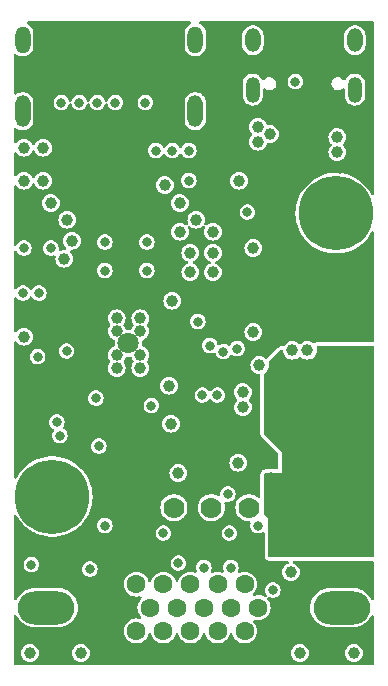
<source format=gbr>
%TF.GenerationSoftware,KiCad,Pcbnew,7.0.9-7.0.9~ubuntu22.04.1*%
%TF.CreationDate,2023-12-18T16:27:13+02:00*%
%TF.ProjectId,VGA2HDMI_Rev_C,56474132-4844-44d4-995f-5265765f432e,C*%
%TF.SameCoordinates,PX5f5e100PY7270e00*%
%TF.FileFunction,Copper,L3,Inr*%
%TF.FilePolarity,Positive*%
%FSLAX46Y46*%
G04 Gerber Fmt 4.6, Leading zero omitted, Abs format (unit mm)*
G04 Created by KiCad (PCBNEW 7.0.9-7.0.9~ubuntu22.04.1) date 2023-12-18 16:27:13*
%MOMM*%
%LPD*%
G01*
G04 APERTURE LIST*
%TA.AperFunction,ComponentPad*%
%ADD10O,1.300000X2.300000*%
%TD*%
%TA.AperFunction,ComponentPad*%
%ADD11O,1.300000X2.700000*%
%TD*%
%TA.AperFunction,ComponentPad*%
%ADD12O,1.200000X2.200000*%
%TD*%
%TA.AperFunction,ComponentPad*%
%ADD13O,1.300000X2.000000*%
%TD*%
%TA.AperFunction,ComponentPad*%
%ADD14C,1.778000*%
%TD*%
%TA.AperFunction,ComponentPad*%
%ADD15C,1.200000*%
%TD*%
%TA.AperFunction,ComponentPad*%
%ADD16C,6.300000*%
%TD*%
%TA.AperFunction,ComponentPad*%
%ADD17C,1.000000*%
%TD*%
%TA.AperFunction,ComponentPad*%
%ADD18C,1.800000*%
%TD*%
%TA.AperFunction,ComponentPad*%
%ADD19C,1.600000*%
%TD*%
%TA.AperFunction,ComponentPad*%
%ADD20O,4.800000X2.800000*%
%TD*%
%TA.AperFunction,ViaPad*%
%ADD21C,1.000000*%
%TD*%
%TA.AperFunction,ViaPad*%
%ADD22C,0.800000*%
%TD*%
G04 APERTURE END LIST*
D10*
X1000000Y53200000D03*
D11*
X1000000Y47150000D03*
D10*
X15600000Y53200000D03*
D11*
X15600000Y47150000D03*
D12*
X20480000Y48970000D03*
X29120000Y48970000D03*
D13*
X20480000Y53150000D03*
X29120000Y53150000D03*
D14*
X16967000Y13574000D03*
D15*
X1087000Y14500000D03*
X1849000Y16151000D03*
X1849000Y12722000D03*
X3500000Y16913000D03*
D16*
X3500000Y14500000D03*
D15*
X3500000Y12087000D03*
X5151000Y16151000D03*
X5151000Y12849000D03*
X5913000Y14500000D03*
D14*
X20142000Y13574000D03*
D17*
X8950000Y25400000D03*
X10950000Y25400000D03*
X8950000Y26500000D03*
X10950000Y26500000D03*
D18*
X9950000Y27500000D03*
D17*
X8950000Y28500000D03*
X10950000Y28500000D03*
X8950000Y29600000D03*
X10950000Y29600000D03*
D14*
X13792000Y13574000D03*
D19*
X19780000Y7090000D03*
X17490000Y7090000D03*
X15200000Y7090000D03*
X12910000Y7090000D03*
X10620000Y7090000D03*
X20925000Y5110000D03*
X18635000Y5110000D03*
X16345000Y5110000D03*
X14055000Y5110000D03*
X11765000Y5110000D03*
X19780000Y3130000D03*
X17490000Y3130000D03*
X15200000Y3130000D03*
X12910000Y3130000D03*
X10620000Y3130000D03*
D20*
X3005000Y5110000D03*
X27995000Y5110000D03*
D15*
X25087000Y38500000D03*
X25849000Y40151000D03*
X25849000Y36722000D03*
X27500000Y40913000D03*
D16*
X27500000Y38500000D03*
D15*
X27500000Y36087000D03*
X29151000Y40151000D03*
X29151000Y36849000D03*
X29913000Y38500000D03*
D21*
X15189000Y35164000D03*
X17094000Y35164000D03*
X5918000Y1255000D03*
D22*
X4267000Y47864000D03*
D21*
X5156000Y36180000D03*
D22*
X11506000Y36053000D03*
X7315000Y47864000D03*
X15824000Y29322000D03*
X20904000Y12050000D03*
X16332000Y8494000D03*
D21*
X15697000Y37958000D03*
D22*
X1015800Y31735000D03*
D21*
X13030000Y40879000D03*
X4521000Y34656000D03*
X4775000Y37958000D03*
D22*
X7950000Y36053000D03*
X5791000Y47864000D03*
D21*
X13373500Y23898500D03*
X1092000Y44054000D03*
D22*
X15062000Y41260000D03*
X17475000Y23099000D03*
X8839000Y47864000D03*
D21*
X23698000Y8113000D03*
D22*
X6680000Y8367000D03*
D21*
X14300000Y39355000D03*
X2743000Y44054000D03*
X1092000Y41260000D03*
X1600000Y1255000D03*
D22*
X3378000Y35545000D03*
D21*
X15189000Y33513000D03*
X14300000Y36942000D03*
X29032000Y1255000D03*
X13538000Y20686000D03*
D22*
X2260400Y26350200D03*
X24079000Y49642000D03*
X11379000Y47864000D03*
D21*
X20523000Y28433000D03*
X21031000Y25639000D03*
X1092000Y28052000D03*
X19253000Y17384000D03*
D22*
X2362000Y31735000D03*
X18364000Y14717000D03*
D21*
X19315500Y41260000D03*
D22*
X12903000Y11415000D03*
D21*
X17094000Y33513000D03*
D22*
X14173000Y8875000D03*
X7950000Y12050000D03*
D21*
X13665000Y31100000D03*
X20523000Y35545000D03*
X24460000Y1255000D03*
D22*
X18618000Y8494000D03*
X18491000Y11415000D03*
D21*
X3378000Y39355000D03*
X2743000Y41260000D03*
X17094000Y36942000D03*
D22*
X3886000Y20813000D03*
X1092000Y35545000D03*
D21*
X29413000Y23861000D03*
X27381000Y16114000D03*
D22*
X7950000Y33640000D03*
D21*
X27381000Y10018000D03*
X19634000Y23353000D03*
X27127000Y18273000D03*
X27127000Y21067000D03*
X29413000Y26147000D03*
X25095000Y21067000D03*
X25095000Y18273000D03*
X25603000Y10018000D03*
X22047000Y13955000D03*
X23825000Y13955000D03*
X29159000Y16114000D03*
X25603000Y11923000D03*
X26111000Y22464000D03*
X22047000Y16114000D03*
X14173000Y16495000D03*
X25603000Y13955000D03*
X29159000Y13955000D03*
D22*
X4709992Y26842636D03*
D21*
X19634000Y22083000D03*
D22*
X11506000Y33640000D03*
D21*
X29413000Y18273000D03*
X26111000Y19670000D03*
X27381000Y11923000D03*
X27127000Y23861000D03*
X27381000Y13955000D03*
X27127000Y26147000D03*
X23825000Y11923000D03*
X23825000Y10018000D03*
X23825000Y16114000D03*
X25603000Y16114000D03*
X25095000Y23861000D03*
D22*
X16205000Y23099000D03*
X11887000Y22210000D03*
X4648000Y21702000D03*
D21*
X20523000Y30084000D03*
X26111000Y32751000D03*
X25095000Y34148000D03*
X25095000Y31354000D03*
X22047000Y17384000D03*
X27127000Y31354000D03*
X20523000Y31354000D03*
D22*
X5918000Y31989000D03*
X3251000Y8748000D03*
D21*
X20777000Y17384000D03*
X25095000Y28560000D03*
X29413000Y28560000D03*
D22*
X27889000Y42276000D03*
D21*
X29413000Y34148000D03*
D22*
X3886000Y36942000D03*
D21*
X27127000Y28560000D03*
X27127000Y34148000D03*
X26111000Y29957000D03*
X27635000Y43673000D03*
X23825000Y26909000D03*
X27635000Y44943000D03*
X20904000Y44562000D03*
X20904000Y45832000D03*
D22*
X7442000Y18781000D03*
D21*
X25095000Y26909000D03*
X21920000Y45197000D03*
D22*
X12268000Y43800000D03*
X19151400Y27036000D03*
X13665000Y43800000D03*
X16840000Y27289500D03*
X17983000Y26782000D03*
X15062000Y43800000D03*
X4140141Y19670000D03*
X1727000Y8748000D03*
X20015000Y38593000D03*
X7188000Y22845000D03*
X22174000Y6589000D03*
%TA.AperFunction,Conductor*%
G36*
X30687621Y27269998D02*
G01*
X30734114Y27216342D01*
X30745500Y27164000D01*
X30745500Y9509000D01*
X30725498Y9440879D01*
X30671842Y9394386D01*
X30619500Y9383000D01*
X21919000Y9383000D01*
X21850879Y9403002D01*
X21804386Y9456658D01*
X21793000Y9509000D01*
X21793000Y12685000D01*
X21792999Y12685002D01*
X21448905Y13029096D01*
X21414879Y13091408D01*
X21412000Y13118191D01*
X21412000Y16369000D01*
X21432002Y16437121D01*
X21485658Y16483614D01*
X21538000Y16495000D01*
X22936000Y16495000D01*
X22936000Y18273000D01*
X22935999Y18273002D01*
X21448905Y19760096D01*
X21414879Y19822408D01*
X21412000Y19849191D01*
X21412000Y24857684D01*
X21432002Y24925805D01*
X21470960Y24964368D01*
X21536274Y25005407D01*
X21664593Y25133726D01*
X21761142Y25287382D01*
X21821078Y25458670D01*
X21841396Y25639000D01*
X21821078Y25819330D01*
X21820854Y25819968D01*
X21820832Y25820402D01*
X21819502Y25826232D01*
X21820522Y25826465D01*
X21817228Y25890868D01*
X21850682Y25950683D01*
X22808779Y26908780D01*
X22871087Y26942803D01*
X22941902Y26937738D01*
X22998738Y26895191D01*
X23023078Y26833789D01*
X23034921Y26728672D01*
X23094857Y26557383D01*
X23094858Y26557382D01*
X23191407Y26403726D01*
X23191410Y26403723D01*
X23191410Y26403722D01*
X23319721Y26275411D01*
X23319723Y26275410D01*
X23319726Y26275407D01*
X23473382Y26178858D01*
X23644670Y26118922D01*
X23644669Y26118922D01*
X23662929Y26116865D01*
X23825000Y26098604D01*
X24005330Y26118922D01*
X24176618Y26178858D01*
X24330274Y26275407D01*
X24370904Y26316037D01*
X24433215Y26350063D01*
X24504031Y26344999D01*
X24549096Y26316037D01*
X24589726Y26275407D01*
X24743382Y26178858D01*
X24914670Y26118922D01*
X24914669Y26118922D01*
X24932929Y26116865D01*
X25095000Y26098604D01*
X25275330Y26118922D01*
X25446618Y26178858D01*
X25600274Y26275407D01*
X25728593Y26403726D01*
X25825142Y26557382D01*
X25885078Y26728670D01*
X25905396Y26909000D01*
X25885078Y27089330D01*
X25873510Y27122387D01*
X25869893Y27193291D01*
X25905183Y27254895D01*
X25968176Y27287642D01*
X25992441Y27290000D01*
X30619500Y27290000D01*
X30687621Y27269998D01*
G37*
%TD.AperFunction*%
%TA.AperFunction,Conductor*%
G36*
X15199771Y54725498D02*
G01*
X15246264Y54671842D01*
X15256368Y54601568D01*
X15226874Y54536988D01*
X15182900Y54504394D01*
X15167389Y54497489D01*
X15145258Y54487635D01*
X14991438Y54375878D01*
X14864215Y54234582D01*
X14864215Y54234581D01*
X14769148Y54069923D01*
X14710391Y53889092D01*
X14695500Y53747407D01*
X14695500Y52652594D01*
X14710391Y52510909D01*
X14736655Y52430080D01*
X14769147Y52330080D01*
X14864214Y52165420D01*
X14991438Y52024123D01*
X15145259Y51912365D01*
X15318955Y51835031D01*
X15504933Y51795500D01*
X15695067Y51795500D01*
X15881045Y51835031D01*
X16054741Y51912365D01*
X16208562Y52024123D01*
X16335786Y52165420D01*
X16430853Y52330080D01*
X16489608Y52510908D01*
X16504500Y52652599D01*
X16504500Y52752594D01*
X19575500Y52752594D01*
X19590391Y52610909D01*
X19622884Y52510909D01*
X19649147Y52430080D01*
X19744214Y52265420D01*
X19871438Y52124123D01*
X20025259Y52012365D01*
X20198955Y51935031D01*
X20384933Y51895500D01*
X20575067Y51895500D01*
X20761045Y51935031D01*
X20934741Y52012365D01*
X21088562Y52124123D01*
X21215786Y52265420D01*
X21310853Y52430080D01*
X21369608Y52610908D01*
X21384499Y52752594D01*
X28215500Y52752594D01*
X28230391Y52610909D01*
X28262884Y52510909D01*
X28289147Y52430080D01*
X28384214Y52265420D01*
X28511438Y52124123D01*
X28665259Y52012365D01*
X28838955Y51935031D01*
X29024933Y51895500D01*
X29215067Y51895500D01*
X29401045Y51935031D01*
X29574741Y52012365D01*
X29728562Y52124123D01*
X29855786Y52265420D01*
X29950853Y52430080D01*
X30009608Y52610908D01*
X30024500Y52752599D01*
X30024500Y53547401D01*
X30009608Y53689092D01*
X29950853Y53869920D01*
X29855786Y54034580D01*
X29728562Y54175877D01*
X29574741Y54287635D01*
X29401045Y54364969D01*
X29215067Y54404500D01*
X29024933Y54404500D01*
X28838954Y54364969D01*
X28665258Y54287635D01*
X28511438Y54175878D01*
X28384215Y54034582D01*
X28384215Y54034581D01*
X28289148Y53869923D01*
X28230391Y53689092D01*
X28215500Y53547407D01*
X28215500Y52752594D01*
X21384499Y52752594D01*
X21384500Y52752599D01*
X21384500Y53547401D01*
X21369608Y53689092D01*
X21310853Y53869920D01*
X21215786Y54034580D01*
X21088562Y54175877D01*
X20934741Y54287635D01*
X20761045Y54364969D01*
X20575067Y54404500D01*
X20384933Y54404500D01*
X20198954Y54364969D01*
X20025258Y54287635D01*
X19871438Y54175878D01*
X19744215Y54034582D01*
X19744215Y54034581D01*
X19649148Y53869923D01*
X19590391Y53689092D01*
X19575500Y53547407D01*
X19575500Y52752594D01*
X16504500Y52752594D01*
X16504500Y53747401D01*
X16489608Y53889092D01*
X16430853Y54069920D01*
X16335786Y54234580D01*
X16208562Y54375877D01*
X16054741Y54487635D01*
X16017100Y54504394D01*
X15963005Y54550373D01*
X15942356Y54618300D01*
X15961708Y54686609D01*
X16014919Y54733610D01*
X16068350Y54745500D01*
X30619500Y54745500D01*
X30687621Y54725498D01*
X30734114Y54671842D01*
X30745500Y54619500D01*
X30745500Y40153224D01*
X30725498Y40085103D01*
X30671842Y40038610D01*
X30601568Y40028506D01*
X30536988Y40058000D01*
X30508177Y40094205D01*
X30421456Y40257779D01*
X30402745Y40285376D01*
X30214279Y40563341D01*
X29975282Y40844711D01*
X29884652Y40930561D01*
X29707278Y41098580D01*
X29707263Y41098593D01*
X29413371Y41322003D01*
X29413365Y41322007D01*
X29097039Y41512334D01*
X29097033Y41512337D01*
X28761997Y41667342D01*
X28761985Y41667347D01*
X28412144Y41785223D01*
X28412139Y41785224D01*
X28051613Y41864582D01*
X28051584Y41864587D01*
X27684594Y41904500D01*
X27684587Y41904500D01*
X27315413Y41904500D01*
X27315405Y41904500D01*
X26948415Y41864587D01*
X26948386Y41864582D01*
X26587860Y41785224D01*
X26587855Y41785223D01*
X26238014Y41667347D01*
X26238002Y41667342D01*
X25902966Y41512337D01*
X25902959Y41512333D01*
X25586634Y41322007D01*
X25586628Y41322003D01*
X25292736Y41098593D01*
X25292721Y41098580D01*
X25024718Y40844712D01*
X24785722Y40563343D01*
X24578543Y40257779D01*
X24405621Y39931610D01*
X24405617Y39931601D01*
X24268976Y39588658D01*
X24170210Y39232938D01*
X24110487Y38868633D01*
X24090500Y38500003D01*
X24090500Y38499998D01*
X24110487Y38131368D01*
X24170210Y37767063D01*
X24268976Y37411343D01*
X24353690Y37198726D01*
X24405622Y37068388D01*
X24474074Y36939274D01*
X24562202Y36773044D01*
X24578545Y36742219D01*
X24785721Y36436659D01*
X24962038Y36229082D01*
X25024718Y36155289D01*
X25292721Y35901421D01*
X25292736Y35901408D01*
X25586633Y35677994D01*
X25902961Y35487666D01*
X25929033Y35475604D01*
X26238002Y35332659D01*
X26238014Y35332654D01*
X26587855Y35214778D01*
X26587857Y35214778D01*
X26587862Y35214776D01*
X26948404Y35135415D01*
X27315413Y35095500D01*
X27315421Y35095500D01*
X27684579Y35095500D01*
X27684587Y35095500D01*
X28051596Y35135415D01*
X28412138Y35214776D01*
X28761986Y35332654D01*
X28762635Y35332954D01*
X28879924Y35387218D01*
X29097039Y35487666D01*
X29413367Y35677994D01*
X29707264Y35901408D01*
X29710250Y35904236D01*
X29823007Y36011046D01*
X29975282Y36155289D01*
X30214279Y36436659D01*
X30421455Y36742219D01*
X30508178Y36905798D01*
X30557757Y36956613D01*
X30626940Y36972557D01*
X30693761Y36948567D01*
X30737004Y36892260D01*
X30745500Y36846777D01*
X30745500Y27726300D01*
X30725498Y27658179D01*
X30671842Y27611686D01*
X30619500Y27600300D01*
X25984925Y27600300D01*
X25969909Y27599572D01*
X25969899Y27599571D01*
X25969897Y27599571D01*
X25938168Y27596488D01*
X25934173Y27596074D01*
X25825048Y27562962D01*
X25762057Y27530215D01*
X25762036Y27530203D01*
X25713075Y27498111D01*
X25645137Y27477497D01*
X25576839Y27496886D01*
X25571530Y27500658D01*
X25424439Y27593081D01*
X25424437Y27593082D01*
X25405892Y27599571D01*
X25263954Y27649237D01*
X25095000Y27668274D01*
X24926046Y27649237D01*
X24926043Y27649237D01*
X24926043Y27649236D01*
X24765562Y27593082D01*
X24765560Y27593081D01*
X24621600Y27502625D01*
X24621597Y27502623D01*
X24549095Y27430120D01*
X24486783Y27396094D01*
X24415968Y27401159D01*
X24370905Y27430120D01*
X24298402Y27502623D01*
X24298399Y27502625D01*
X24154439Y27593081D01*
X24154437Y27593082D01*
X24135892Y27599571D01*
X23993954Y27649237D01*
X23825000Y27668274D01*
X23656046Y27649237D01*
X23656043Y27649237D01*
X23656043Y27649236D01*
X23495562Y27593082D01*
X23495560Y27593081D01*
X23351600Y27502625D01*
X23351597Y27502623D01*
X23231378Y27382404D01*
X23169857Y27284494D01*
X23116678Y27237457D01*
X23046511Y27226637D01*
X23031241Y27229644D01*
X22964047Y27247246D01*
X22964044Y27247247D01*
X22893230Y27252312D01*
X22893225Y27252312D01*
X22893224Y27252312D01*
X22830799Y27250476D01*
X22813632Y27244882D01*
X22722377Y27215147D01*
X22660067Y27181124D01*
X22589365Y27128196D01*
X21688191Y26227023D01*
X21625879Y26192998D01*
X21555063Y26198063D01*
X21510001Y26227024D01*
X21504402Y26232623D01*
X21504399Y26232625D01*
X21360439Y26323081D01*
X21360437Y26323082D01*
X21337677Y26331046D01*
X21199954Y26379237D01*
X21031000Y26398274D01*
X20862046Y26379237D01*
X20862043Y26379237D01*
X20862043Y26379236D01*
X20701562Y26323082D01*
X20701560Y26323081D01*
X20557600Y26232625D01*
X20557597Y26232623D01*
X20437377Y26112403D01*
X20437375Y26112400D01*
X20346919Y25968440D01*
X20346918Y25968438D01*
X20315760Y25879391D01*
X20290763Y25807954D01*
X20271726Y25639000D01*
X20290763Y25470046D01*
X20290764Y25470044D01*
X20346918Y25309563D01*
X20346919Y25309561D01*
X20437375Y25165601D01*
X20437377Y25165598D01*
X20557597Y25045378D01*
X20557600Y25045376D01*
X20701563Y24954918D01*
X20862046Y24898763D01*
X20989810Y24884368D01*
X21055261Y24856864D01*
X21095454Y24798340D01*
X21101700Y24759160D01*
X21101700Y19840882D01*
X21102589Y19824288D01*
X21106356Y19789244D01*
X21107206Y19782117D01*
X21142537Y19673693D01*
X21176563Y19611381D01*
X21229490Y19540681D01*
X21229492Y19540679D01*
X21229497Y19540673D01*
X22588794Y18181377D01*
X22622819Y18119065D01*
X22625699Y18092282D01*
X22625700Y16931300D01*
X22605698Y16863179D01*
X22552042Y16816686D01*
X22499700Y16805300D01*
X22377216Y16805300D01*
X22335601Y16812371D01*
X22301115Y16824438D01*
X22215954Y16854237D01*
X22047000Y16873274D01*
X21878046Y16854237D01*
X21878043Y16854237D01*
X21878043Y16854236D01*
X21758399Y16812371D01*
X21716784Y16805300D01*
X21537992Y16805300D01*
X21479371Y16798997D01*
X21472043Y16798209D01*
X21419701Y16786823D01*
X21380892Y16775694D01*
X21282455Y16718125D01*
X21282450Y16718121D01*
X21228798Y16671631D01*
X21185955Y16626192D01*
X21134269Y16524538D01*
X21114271Y16456430D01*
X21114269Y16456421D01*
X21101700Y16368998D01*
X21101700Y14531824D01*
X21081698Y14463703D01*
X21028042Y14417210D01*
X20957768Y14407106D01*
X20893188Y14436600D01*
X20890814Y14438709D01*
X20834066Y14490442D01*
X20653891Y14602002D01*
X20653886Y14602004D01*
X20653885Y14602005D01*
X20653880Y14602007D01*
X20456277Y14678559D01*
X20456278Y14678559D01*
X20456275Y14678560D01*
X20456274Y14678560D01*
X20247961Y14717500D01*
X20036039Y14717500D01*
X19827726Y14678560D01*
X19827721Y14678559D01*
X19630119Y14602007D01*
X19630108Y14602002D01*
X19449933Y14490442D01*
X19293324Y14347674D01*
X19165612Y14178556D01*
X19071150Y13988850D01*
X19071147Y13988842D01*
X19013154Y13785017D01*
X18993601Y13574005D01*
X18993601Y13573996D01*
X19013154Y13362984D01*
X19013155Y13362982D01*
X19071150Y13159150D01*
X19165611Y12969446D01*
X19165612Y12969445D01*
X19293324Y12800327D01*
X19449933Y12657559D01*
X19630108Y12545999D01*
X19630110Y12545999D01*
X19630115Y12545995D01*
X19827726Y12469440D01*
X20036039Y12430500D01*
X20036041Y12430500D01*
X20165774Y12430500D01*
X20233895Y12410498D01*
X20280388Y12356842D01*
X20290492Y12286568D01*
X20283586Y12259820D01*
X20263850Y12207781D01*
X20244693Y12050004D01*
X20244693Y12049997D01*
X20263849Y11892221D01*
X20312447Y11764081D01*
X20320213Y11743605D01*
X20410502Y11612799D01*
X20529471Y11507401D01*
X20529472Y11507401D01*
X20529474Y11507399D01*
X20586035Y11477714D01*
X20670207Y11433537D01*
X20824529Y11395500D01*
X20824530Y11395500D01*
X20983470Y11395500D01*
X20983471Y11395500D01*
X21137793Y11433537D01*
X21278529Y11507401D01*
X21278532Y11507405D01*
X21284803Y11511732D01*
X21286702Y11508980D01*
X21337264Y11532812D01*
X21407655Y11523557D01*
X21461867Y11477714D01*
X21482690Y11409840D01*
X21482699Y11408320D01*
X21482699Y9509005D01*
X21482700Y9508993D01*
X21488215Y9457701D01*
X21489791Y9443043D01*
X21498610Y9402500D01*
X21501177Y9390702D01*
X21501177Y9390701D01*
X21512306Y9351893D01*
X21548154Y9290598D01*
X21569876Y9253455D01*
X21616369Y9199799D01*
X21661808Y9156956D01*
X21763458Y9105271D01*
X21831579Y9085269D01*
X21919000Y9072700D01*
X21919003Y9072700D01*
X23414653Y9072700D01*
X23482774Y9052698D01*
X23529267Y8999042D01*
X23539371Y8928768D01*
X23509877Y8864188D01*
X23456268Y8827771D01*
X23368562Y8797082D01*
X23368560Y8797081D01*
X23224600Y8706625D01*
X23224597Y8706623D01*
X23104377Y8586403D01*
X23104375Y8586400D01*
X23013919Y8442440D01*
X23013918Y8442438D01*
X22975416Y8332403D01*
X22957763Y8281954D01*
X22938726Y8113000D01*
X22957763Y7944046D01*
X23008923Y7797838D01*
X23013918Y7783563D01*
X23013919Y7783561D01*
X23104375Y7639601D01*
X23104377Y7639598D01*
X23224597Y7519378D01*
X23224600Y7519376D01*
X23368563Y7428918D01*
X23529046Y7372763D01*
X23698000Y7353726D01*
X23866954Y7372763D01*
X24027437Y7428918D01*
X24171400Y7519376D01*
X24291624Y7639600D01*
X24382082Y7783563D01*
X24438237Y7944046D01*
X24457274Y8113000D01*
X24438237Y8281954D01*
X24382082Y8442437D01*
X24291624Y8586400D01*
X24291622Y8586403D01*
X24171402Y8706623D01*
X24171399Y8706625D01*
X24027439Y8797081D01*
X24027437Y8797082D01*
X23939732Y8827771D01*
X23882040Y8869149D01*
X23855878Y8935149D01*
X23869550Y9004817D01*
X23918718Y9056033D01*
X23981347Y9072700D01*
X30619500Y9072700D01*
X30687621Y9052698D01*
X30734114Y8999042D01*
X30745500Y8946700D01*
X30745500Y5840781D01*
X30725498Y5772660D01*
X30671842Y5726167D01*
X30601568Y5716063D01*
X30536988Y5745557D01*
X30503091Y5792563D01*
X30483118Y5840781D01*
X30473729Y5863450D01*
X30337658Y6085498D01*
X30334714Y6088945D01*
X30168526Y6283527D01*
X29970501Y6452656D01*
X29970499Y6452657D01*
X29970498Y6452658D01*
X29748450Y6588729D01*
X29747787Y6589004D01*
X29507848Y6688390D01*
X29334619Y6729978D01*
X29254621Y6749183D01*
X29205966Y6753013D01*
X29060007Y6764500D01*
X29060004Y6764500D01*
X26929996Y6764500D01*
X26929993Y6764500D01*
X26735379Y6749183D01*
X26482151Y6688390D01*
X26241551Y6588730D01*
X26019500Y6452657D01*
X26019498Y6452656D01*
X25821473Y6283527D01*
X25652344Y6085502D01*
X25652343Y6085500D01*
X25516270Y5863449D01*
X25416610Y5622849D01*
X25390837Y5515493D01*
X25355817Y5369621D01*
X25335384Y5110000D01*
X25355497Y4854439D01*
X25355817Y4850380D01*
X25416610Y4597152D01*
X25515160Y4359233D01*
X25516271Y4356550D01*
X25646240Y4144459D01*
X25652343Y4134501D01*
X25652344Y4134499D01*
X25821473Y3936474D01*
X25888473Y3879251D01*
X26019502Y3767342D01*
X26241550Y3631271D01*
X26482150Y3531611D01*
X26735379Y3470817D01*
X26892819Y3458426D01*
X26929993Y3455500D01*
X26929996Y3455500D01*
X29060007Y3455500D01*
X29094954Y3458251D01*
X29254621Y3470817D01*
X29507850Y3531611D01*
X29748450Y3631271D01*
X29970498Y3767342D01*
X30168526Y3936474D01*
X30337658Y4134502D01*
X30473729Y4356550D01*
X30503092Y4427441D01*
X30547639Y4482719D01*
X30615002Y4505140D01*
X30683794Y4487582D01*
X30732172Y4435620D01*
X30745500Y4379220D01*
X30745500Y380500D01*
X30725498Y312379D01*
X30671842Y265886D01*
X30619500Y254500D01*
X29134694Y254500D01*
X29066573Y274502D01*
X29031193Y315333D01*
X29014693Y287844D01*
X28951044Y256389D01*
X28929306Y254500D01*
X24562694Y254500D01*
X24494573Y274502D01*
X24459193Y315333D01*
X24442693Y287844D01*
X24379044Y256389D01*
X24357306Y254500D01*
X6020694Y254500D01*
X5952573Y274502D01*
X5917193Y315333D01*
X5900693Y287844D01*
X5837044Y256389D01*
X5815306Y254500D01*
X1702694Y254500D01*
X1634573Y274502D01*
X1599193Y315333D01*
X1582693Y287844D01*
X1519044Y256389D01*
X1497306Y254500D01*
X380500Y254500D01*
X312379Y274502D01*
X265886Y328158D01*
X254500Y380500D01*
X254500Y1255000D01*
X840726Y1255000D01*
X859763Y1086046D01*
X859764Y1086044D01*
X915918Y925563D01*
X915919Y925561D01*
X1006375Y781601D01*
X1006377Y781598D01*
X1126597Y661378D01*
X1126600Y661376D01*
X1270563Y570918D01*
X1431046Y514763D01*
X1511415Y505708D01*
X1576867Y478204D01*
X1599414Y445374D01*
X1607470Y463012D01*
X1667196Y501396D01*
X1688580Y505707D01*
X1768954Y514763D01*
X1929437Y570918D01*
X2073400Y661376D01*
X2193624Y781600D01*
X2284082Y925563D01*
X2340237Y1086046D01*
X2359274Y1255000D01*
X5158726Y1255000D01*
X5177763Y1086046D01*
X5177764Y1086044D01*
X5233918Y925563D01*
X5233919Y925561D01*
X5324375Y781601D01*
X5324377Y781598D01*
X5444597Y661378D01*
X5444600Y661376D01*
X5588563Y570918D01*
X5749046Y514763D01*
X5829415Y505708D01*
X5894867Y478204D01*
X5917414Y445374D01*
X5925470Y463012D01*
X5985196Y501396D01*
X6006580Y505707D01*
X6086954Y514763D01*
X6247437Y570918D01*
X6391400Y661376D01*
X6511624Y781600D01*
X6602082Y925563D01*
X6658237Y1086046D01*
X6677274Y1255000D01*
X23700726Y1255000D01*
X23719763Y1086046D01*
X23719764Y1086044D01*
X23775918Y925563D01*
X23775919Y925561D01*
X23866375Y781601D01*
X23866377Y781598D01*
X23986597Y661378D01*
X23986600Y661376D01*
X24130563Y570918D01*
X24291046Y514763D01*
X24371415Y505708D01*
X24436867Y478204D01*
X24459414Y445374D01*
X24467470Y463012D01*
X24527196Y501396D01*
X24548580Y505707D01*
X24628954Y514763D01*
X24789437Y570918D01*
X24933400Y661376D01*
X25053624Y781600D01*
X25144082Y925563D01*
X25200237Y1086046D01*
X25219274Y1255000D01*
X28272726Y1255000D01*
X28291763Y1086046D01*
X28291764Y1086044D01*
X28347918Y925563D01*
X28347919Y925561D01*
X28438375Y781601D01*
X28438377Y781598D01*
X28558597Y661378D01*
X28558600Y661376D01*
X28702563Y570918D01*
X28863046Y514763D01*
X28943415Y505708D01*
X29008867Y478204D01*
X29031414Y445374D01*
X29039470Y463012D01*
X29099196Y501396D01*
X29120580Y505707D01*
X29200954Y514763D01*
X29361437Y570918D01*
X29505400Y661376D01*
X29625624Y781600D01*
X29716082Y925563D01*
X29772237Y1086046D01*
X29791274Y1255000D01*
X29772237Y1423954D01*
X29716082Y1584437D01*
X29625624Y1728400D01*
X29625622Y1728403D01*
X29505402Y1848623D01*
X29505399Y1848625D01*
X29361439Y1939081D01*
X29361437Y1939082D01*
X29200954Y1995237D01*
X29032000Y2014274D01*
X28863046Y1995237D01*
X28863043Y1995237D01*
X28863043Y1995236D01*
X28702562Y1939082D01*
X28702560Y1939081D01*
X28558600Y1848625D01*
X28558597Y1848623D01*
X28438377Y1728403D01*
X28438375Y1728400D01*
X28347919Y1584440D01*
X28347918Y1584438D01*
X28347918Y1584437D01*
X28291763Y1423954D01*
X28272726Y1255000D01*
X25219274Y1255000D01*
X25200237Y1423954D01*
X25144082Y1584437D01*
X25053624Y1728400D01*
X25053622Y1728403D01*
X24933402Y1848623D01*
X24933399Y1848625D01*
X24789439Y1939081D01*
X24789437Y1939082D01*
X24628954Y1995237D01*
X24460000Y2014274D01*
X24291046Y1995237D01*
X24291043Y1995237D01*
X24291043Y1995236D01*
X24130562Y1939082D01*
X24130560Y1939081D01*
X23986600Y1848625D01*
X23986597Y1848623D01*
X23866377Y1728403D01*
X23866375Y1728400D01*
X23775919Y1584440D01*
X23775918Y1584438D01*
X23775918Y1584437D01*
X23719763Y1423954D01*
X23700726Y1255000D01*
X6677274Y1255000D01*
X6658237Y1423954D01*
X6602082Y1584437D01*
X6511624Y1728400D01*
X6511622Y1728403D01*
X6391402Y1848623D01*
X6391399Y1848625D01*
X6247439Y1939081D01*
X6247437Y1939082D01*
X6086954Y1995237D01*
X5918000Y2014274D01*
X5749046Y1995237D01*
X5749043Y1995237D01*
X5749043Y1995236D01*
X5588562Y1939082D01*
X5588560Y1939081D01*
X5444600Y1848625D01*
X5444597Y1848623D01*
X5324377Y1728403D01*
X5324375Y1728400D01*
X5233919Y1584440D01*
X5233918Y1584438D01*
X5233918Y1584437D01*
X5177763Y1423954D01*
X5158726Y1255000D01*
X2359274Y1255000D01*
X2340237Y1423954D01*
X2284082Y1584437D01*
X2193624Y1728400D01*
X2193622Y1728403D01*
X2073402Y1848623D01*
X2073399Y1848625D01*
X1929439Y1939081D01*
X1929437Y1939082D01*
X1768954Y1995237D01*
X1600000Y2014274D01*
X1431046Y1995237D01*
X1431043Y1995237D01*
X1431043Y1995236D01*
X1270562Y1939082D01*
X1270560Y1939081D01*
X1126600Y1848625D01*
X1126597Y1848623D01*
X1006377Y1728403D01*
X1006375Y1728400D01*
X915919Y1584440D01*
X915918Y1584438D01*
X915918Y1584437D01*
X859763Y1423954D01*
X840726Y1255000D01*
X254500Y1255000D01*
X254500Y3129997D01*
X9560398Y3129997D01*
X9580756Y2923289D01*
X9641055Y2724508D01*
X9738974Y2541314D01*
X9870747Y2380748D01*
X10031313Y2248976D01*
X10031313Y2248975D01*
X10031317Y2248973D01*
X10214508Y2151055D01*
X10413282Y2090758D01*
X10413286Y2090758D01*
X10413288Y2090757D01*
X10619997Y2070398D01*
X10620000Y2070398D01*
X10620003Y2070398D01*
X10826711Y2090757D01*
X10826712Y2090758D01*
X10826718Y2090758D01*
X11025492Y2151055D01*
X11208683Y2248973D01*
X11208684Y2248975D01*
X11208686Y2248975D01*
X11208686Y2248976D01*
X11369252Y2380748D01*
X11501027Y2541317D01*
X11598945Y2724508D01*
X11644426Y2874442D01*
X11683340Y2933821D01*
X11748181Y2962736D01*
X11818362Y2952006D01*
X11871601Y2905037D01*
X11885572Y2874444D01*
X11931055Y2724508D01*
X12028974Y2541314D01*
X12160747Y2380748D01*
X12321313Y2248976D01*
X12321313Y2248975D01*
X12321317Y2248973D01*
X12504508Y2151055D01*
X12703282Y2090758D01*
X12703286Y2090758D01*
X12703288Y2090757D01*
X12909997Y2070398D01*
X12910000Y2070398D01*
X12910003Y2070398D01*
X13116711Y2090757D01*
X13116712Y2090758D01*
X13116718Y2090758D01*
X13315492Y2151055D01*
X13498683Y2248973D01*
X13498684Y2248975D01*
X13498686Y2248975D01*
X13498686Y2248976D01*
X13659252Y2380748D01*
X13791027Y2541317D01*
X13888945Y2724508D01*
X13934426Y2874442D01*
X13973340Y2933821D01*
X14038181Y2962736D01*
X14108362Y2952006D01*
X14161601Y2905037D01*
X14175572Y2874444D01*
X14221055Y2724508D01*
X14318974Y2541314D01*
X14450747Y2380748D01*
X14611313Y2248976D01*
X14611313Y2248975D01*
X14611317Y2248973D01*
X14794508Y2151055D01*
X14993282Y2090758D01*
X14993286Y2090758D01*
X14993288Y2090757D01*
X15199997Y2070398D01*
X15200000Y2070398D01*
X15200003Y2070398D01*
X15406711Y2090757D01*
X15406712Y2090758D01*
X15406718Y2090758D01*
X15605492Y2151055D01*
X15788683Y2248973D01*
X15788684Y2248975D01*
X15788686Y2248975D01*
X15788686Y2248976D01*
X15949252Y2380748D01*
X16081027Y2541317D01*
X16178945Y2724508D01*
X16224426Y2874442D01*
X16263340Y2933821D01*
X16328181Y2962736D01*
X16398362Y2952006D01*
X16451601Y2905037D01*
X16465572Y2874444D01*
X16511055Y2724508D01*
X16608974Y2541314D01*
X16740747Y2380748D01*
X16901313Y2248976D01*
X16901313Y2248975D01*
X16901317Y2248973D01*
X17084508Y2151055D01*
X17283282Y2090758D01*
X17283286Y2090758D01*
X17283288Y2090757D01*
X17489997Y2070398D01*
X17490000Y2070398D01*
X17490003Y2070398D01*
X17696711Y2090757D01*
X17696712Y2090758D01*
X17696718Y2090758D01*
X17895492Y2151055D01*
X18078683Y2248973D01*
X18078684Y2248975D01*
X18078686Y2248975D01*
X18078686Y2248976D01*
X18239252Y2380748D01*
X18371027Y2541317D01*
X18468945Y2724508D01*
X18514426Y2874442D01*
X18553340Y2933821D01*
X18618181Y2962736D01*
X18688362Y2952006D01*
X18741601Y2905037D01*
X18755572Y2874444D01*
X18801055Y2724508D01*
X18898974Y2541314D01*
X19030747Y2380748D01*
X19191313Y2248976D01*
X19191313Y2248975D01*
X19191317Y2248973D01*
X19374508Y2151055D01*
X19573282Y2090758D01*
X19573286Y2090758D01*
X19573288Y2090757D01*
X19779997Y2070398D01*
X19780000Y2070398D01*
X19780003Y2070398D01*
X19986711Y2090757D01*
X19986712Y2090758D01*
X19986718Y2090758D01*
X20185492Y2151055D01*
X20368683Y2248973D01*
X20368684Y2248975D01*
X20368686Y2248975D01*
X20368686Y2248976D01*
X20529252Y2380748D01*
X20661027Y2541317D01*
X20758945Y2724508D01*
X20819242Y2923282D01*
X20839602Y3130000D01*
X20819242Y3336718D01*
X20758945Y3535492D01*
X20661027Y3718683D01*
X20661025Y3718687D01*
X20529252Y3879253D01*
X20527737Y3880768D01*
X20527196Y3881758D01*
X20525326Y3884037D01*
X20525758Y3884392D01*
X20493711Y3943080D01*
X20498776Y4013895D01*
X20541323Y4070731D01*
X20607843Y4095542D01*
X20653404Y4090439D01*
X20718282Y4070758D01*
X20718286Y4070758D01*
X20718288Y4070757D01*
X20924997Y4050398D01*
X20925000Y4050398D01*
X20925003Y4050398D01*
X21131711Y4070757D01*
X21131712Y4070758D01*
X21131718Y4070758D01*
X21330492Y4131055D01*
X21513683Y4228973D01*
X21513684Y4228975D01*
X21513686Y4228975D01*
X21513686Y4228976D01*
X21674252Y4360748D01*
X21806027Y4521317D01*
X21903945Y4704508D01*
X21964242Y4903282D01*
X21984602Y5110000D01*
X21964242Y5316718D01*
X21903945Y5515492D01*
X21806027Y5698683D01*
X21703780Y5823272D01*
X21676027Y5888619D01*
X21688009Y5958597D01*
X21735922Y6010989D01*
X21804554Y6029160D01*
X21859733Y6014773D01*
X21940207Y5972537D01*
X22094529Y5934500D01*
X22094530Y5934500D01*
X22253470Y5934500D01*
X22253471Y5934500D01*
X22407793Y5972537D01*
X22548529Y6046401D01*
X22667498Y6151799D01*
X22757787Y6282605D01*
X22814149Y6431218D01*
X22814149Y6431219D01*
X22814150Y6431221D01*
X22833307Y6588997D01*
X22833307Y6589004D01*
X22814150Y6746780D01*
X22800538Y6782669D01*
X22757787Y6895395D01*
X22667498Y7026201D01*
X22548529Y7131599D01*
X22548528Y7131600D01*
X22548525Y7131602D01*
X22407797Y7205461D01*
X22407795Y7205462D01*
X22407793Y7205463D01*
X22407791Y7205464D01*
X22407790Y7205464D01*
X22253472Y7243500D01*
X22253471Y7243500D01*
X22094529Y7243500D01*
X22094527Y7243500D01*
X21940209Y7205464D01*
X21940202Y7205461D01*
X21799474Y7131602D01*
X21799469Y7131598D01*
X21680501Y7026200D01*
X21590215Y6895399D01*
X21590212Y6895393D01*
X21533849Y6746780D01*
X21514693Y6589004D01*
X21514693Y6588997D01*
X21533849Y6431221D01*
X21590212Y6282608D01*
X21590215Y6282602D01*
X21658698Y6183388D01*
X21680934Y6115964D01*
X21663187Y6047221D01*
X21611092Y5998985D01*
X21541189Y5986571D01*
X21495606Y6000690D01*
X21330492Y6088945D01*
X21131718Y6149242D01*
X21131717Y6149243D01*
X21131711Y6149244D01*
X20925003Y6169602D01*
X20924997Y6169602D01*
X20718286Y6149244D01*
X20653406Y6129563D01*
X20582412Y6128930D01*
X20522346Y6166781D01*
X20492279Y6231096D01*
X20501757Y6301457D01*
X20525430Y6335878D01*
X20525326Y6335963D01*
X20526335Y6337194D01*
X20527744Y6339241D01*
X20529240Y6340739D01*
X20529252Y6340748D01*
X20661027Y6501317D01*
X20758945Y6684508D01*
X20819242Y6883282D01*
X20820436Y6895399D01*
X20839602Y7089997D01*
X20839602Y7090004D01*
X20819243Y7296712D01*
X20819242Y7296714D01*
X20819242Y7296718D01*
X20758945Y7495492D01*
X20664266Y7672624D01*
X20661025Y7678687D01*
X20529252Y7839253D01*
X20368686Y7971025D01*
X20368686Y7971026D01*
X20185492Y8068945D01*
X20059032Y8107306D01*
X19986718Y8129242D01*
X19986717Y8129243D01*
X19986711Y8129244D01*
X19780003Y8149602D01*
X19779997Y8149602D01*
X19573288Y8129244D01*
X19373759Y8068718D01*
X19302765Y8068085D01*
X19242699Y8105935D01*
X19212631Y8170250D01*
X19219371Y8233972D01*
X19258149Y8336218D01*
X19258149Y8336219D01*
X19258150Y8336221D01*
X19277307Y8493997D01*
X19277307Y8494004D01*
X19258150Y8651780D01*
X19237350Y8706624D01*
X19201787Y8800395D01*
X19111498Y8931201D01*
X18992529Y9036599D01*
X18992528Y9036600D01*
X18992525Y9036602D01*
X18851797Y9110461D01*
X18851795Y9110462D01*
X18851793Y9110463D01*
X18851791Y9110464D01*
X18851790Y9110464D01*
X18697472Y9148500D01*
X18697471Y9148500D01*
X18538529Y9148500D01*
X18538527Y9148500D01*
X18384209Y9110464D01*
X18384202Y9110461D01*
X18243474Y9036602D01*
X18243469Y9036598D01*
X18124501Y8931200D01*
X18034215Y8800399D01*
X18034212Y8800393D01*
X17977849Y8651780D01*
X17958693Y8494004D01*
X17958693Y8493997D01*
X17977850Y8336220D01*
X18012207Y8245628D01*
X18017661Y8174842D01*
X17983979Y8112343D01*
X17921854Y8077977D01*
X17857820Y8080373D01*
X17696711Y8129244D01*
X17490003Y8149602D01*
X17489997Y8149602D01*
X17283288Y8129244D01*
X17088279Y8070089D01*
X17017285Y8069456D01*
X16957219Y8107306D01*
X16927151Y8171621D01*
X16933891Y8235343D01*
X16972149Y8336218D01*
X16972149Y8336219D01*
X16972150Y8336221D01*
X16991307Y8493997D01*
X16991307Y8494004D01*
X16972150Y8651780D01*
X16951350Y8706624D01*
X16915787Y8800395D01*
X16825498Y8931201D01*
X16706529Y9036599D01*
X16706528Y9036600D01*
X16706525Y9036602D01*
X16565797Y9110461D01*
X16565795Y9110462D01*
X16565793Y9110463D01*
X16565791Y9110464D01*
X16565790Y9110464D01*
X16411472Y9148500D01*
X16411471Y9148500D01*
X16252529Y9148500D01*
X16252527Y9148500D01*
X16098209Y9110464D01*
X16098202Y9110461D01*
X15957474Y9036602D01*
X15957469Y9036598D01*
X15838501Y8931200D01*
X15748215Y8800399D01*
X15748212Y8800393D01*
X15691849Y8651780D01*
X15672693Y8494004D01*
X15672693Y8493997D01*
X15691850Y8336220D01*
X15726727Y8244257D01*
X15732181Y8173471D01*
X15698499Y8110972D01*
X15636374Y8076606D01*
X15572340Y8079002D01*
X15406711Y8129244D01*
X15200003Y8149602D01*
X15199997Y8149602D01*
X14993288Y8129244D01*
X14794507Y8068945D01*
X14611313Y7971026D01*
X14611313Y7971025D01*
X14450747Y7839253D01*
X14318975Y7678687D01*
X14318974Y7678687D01*
X14221055Y7495493D01*
X14221055Y7495492D01*
X14178052Y7353727D01*
X14175575Y7345562D01*
X14136660Y7286180D01*
X14071818Y7257265D01*
X14001637Y7267995D01*
X13948399Y7314964D01*
X13934425Y7345562D01*
X13888945Y7495492D01*
X13794266Y7672624D01*
X13791025Y7678687D01*
X13659252Y7839253D01*
X13498686Y7971025D01*
X13498686Y7971026D01*
X13315492Y8068945D01*
X13189032Y8107306D01*
X13116718Y8129242D01*
X13116717Y8129243D01*
X13116711Y8129244D01*
X12910003Y8149602D01*
X12909997Y8149602D01*
X12703288Y8129244D01*
X12504507Y8068945D01*
X12321313Y7971026D01*
X12321313Y7971025D01*
X12160747Y7839253D01*
X12028975Y7678687D01*
X12028974Y7678687D01*
X11931055Y7495493D01*
X11931055Y7495492D01*
X11888052Y7353727D01*
X11885575Y7345562D01*
X11846660Y7286180D01*
X11781818Y7257265D01*
X11711637Y7267995D01*
X11658399Y7314964D01*
X11644425Y7345562D01*
X11598945Y7495492D01*
X11504266Y7672624D01*
X11501025Y7678687D01*
X11369252Y7839253D01*
X11208686Y7971025D01*
X11208686Y7971026D01*
X11025492Y8068945D01*
X10899032Y8107306D01*
X10826718Y8129242D01*
X10826717Y8129243D01*
X10826711Y8129244D01*
X10620003Y8149602D01*
X10619997Y8149602D01*
X10413288Y8129244D01*
X10214507Y8068945D01*
X10031313Y7971026D01*
X10031313Y7971025D01*
X9870747Y7839253D01*
X9738975Y7678687D01*
X9738974Y7678687D01*
X9641055Y7495493D01*
X9580756Y7296712D01*
X9560398Y7090004D01*
X9560398Y7089997D01*
X9580756Y6883289D01*
X9641055Y6684508D01*
X9738974Y6501314D01*
X9870747Y6340748D01*
X10031313Y6208976D01*
X10031313Y6208975D01*
X10031317Y6208973D01*
X10214508Y6111055D01*
X10413282Y6050758D01*
X10413286Y6050758D01*
X10413288Y6050757D01*
X10619997Y6030398D01*
X10620000Y6030398D01*
X10620003Y6030398D01*
X10826714Y6050757D01*
X10826716Y6050758D01*
X10826718Y6050758D01*
X10891591Y6070438D01*
X10962585Y6071071D01*
X11022651Y6033222D01*
X11052720Y5968907D01*
X11043243Y5898546D01*
X11019571Y5864122D01*
X11019674Y5864037D01*
X11018681Y5862828D01*
X11017270Y5860775D01*
X11015746Y5859251D01*
X10883975Y5698687D01*
X10883974Y5698687D01*
X10786055Y5515493D01*
X10725756Y5316712D01*
X10705398Y5110004D01*
X10705398Y5109997D01*
X10725756Y4903289D01*
X10786055Y4704508D01*
X10883974Y4521314D01*
X11015747Y4360748D01*
X11017262Y4359233D01*
X11017802Y4358244D01*
X11019674Y4355963D01*
X11019241Y4355609D01*
X11051288Y4296921D01*
X11046223Y4226106D01*
X11003676Y4169270D01*
X10937156Y4144459D01*
X10891593Y4149563D01*
X10826712Y4169244D01*
X10620003Y4189602D01*
X10619997Y4189602D01*
X10413288Y4169244D01*
X10214507Y4108945D01*
X10031313Y4011026D01*
X10031313Y4011025D01*
X9870747Y3879253D01*
X9738975Y3718687D01*
X9738974Y3718687D01*
X9641055Y3535493D01*
X9580756Y3336712D01*
X9560398Y3130004D01*
X9560398Y3129997D01*
X254500Y3129997D01*
X254500Y4379220D01*
X274502Y4447341D01*
X328158Y4493834D01*
X398432Y4503938D01*
X463012Y4474444D01*
X496907Y4427441D01*
X526271Y4356550D01*
X656240Y4144459D01*
X662343Y4134501D01*
X662344Y4134499D01*
X831473Y3936474D01*
X898473Y3879251D01*
X1029502Y3767342D01*
X1251550Y3631271D01*
X1492150Y3531611D01*
X1745379Y3470817D01*
X1902819Y3458426D01*
X1939993Y3455500D01*
X1939996Y3455500D01*
X4070007Y3455500D01*
X4104954Y3458251D01*
X4264621Y3470817D01*
X4517850Y3531611D01*
X4758450Y3631271D01*
X4980498Y3767342D01*
X5178526Y3936474D01*
X5347658Y4134502D01*
X5483729Y4356550D01*
X5583389Y4597150D01*
X5644183Y4850379D01*
X5664616Y5110000D01*
X5644183Y5369621D01*
X5583389Y5622850D01*
X5483729Y5863450D01*
X5347658Y6085498D01*
X5344714Y6088945D01*
X5178526Y6283527D01*
X4980501Y6452656D01*
X4980499Y6452657D01*
X4980498Y6452658D01*
X4758450Y6588729D01*
X4757787Y6589004D01*
X4517848Y6688390D01*
X4344619Y6729978D01*
X4264621Y6749183D01*
X4215966Y6753013D01*
X4070007Y6764500D01*
X4070004Y6764500D01*
X1939996Y6764500D01*
X1939993Y6764500D01*
X1745379Y6749183D01*
X1492151Y6688390D01*
X1251551Y6588730D01*
X1029500Y6452657D01*
X1029498Y6452656D01*
X831473Y6283527D01*
X662344Y6085502D01*
X662343Y6085500D01*
X526270Y5863449D01*
X496909Y5792563D01*
X452361Y5737282D01*
X384997Y5714861D01*
X316206Y5732419D01*
X267828Y5784381D01*
X254500Y5840781D01*
X254500Y8747997D01*
X1067693Y8747997D01*
X1086849Y8590221D01*
X1123340Y8494004D01*
X1143213Y8441605D01*
X1233502Y8310799D01*
X1352471Y8205401D01*
X1352472Y8205401D01*
X1352474Y8205399D01*
X1386378Y8187605D01*
X1493207Y8131537D01*
X1647529Y8093500D01*
X1647530Y8093500D01*
X1806470Y8093500D01*
X1806471Y8093500D01*
X1960793Y8131537D01*
X2101529Y8205401D01*
X2220498Y8310799D01*
X2259289Y8366997D01*
X6020693Y8366997D01*
X6039849Y8209221D01*
X6070181Y8129244D01*
X6096213Y8060605D01*
X6186502Y7929799D01*
X6305471Y7824401D01*
X6305472Y7824401D01*
X6305474Y7824399D01*
X6380200Y7785180D01*
X6446207Y7750537D01*
X6600529Y7712500D01*
X6600530Y7712500D01*
X6759470Y7712500D01*
X6759471Y7712500D01*
X6913793Y7750537D01*
X7054529Y7824401D01*
X7173498Y7929799D01*
X7263787Y8060605D01*
X7320149Y8209218D01*
X7320149Y8209219D01*
X7320150Y8209221D01*
X7339307Y8366997D01*
X7339307Y8367004D01*
X7320150Y8524780D01*
X7295331Y8590221D01*
X7263787Y8673395D01*
X7173498Y8804201D01*
X7093586Y8874997D01*
X13513693Y8874997D01*
X13532849Y8717221D01*
X13581015Y8590221D01*
X13589213Y8568605D01*
X13679502Y8437799D01*
X13798471Y8332401D01*
X13798472Y8332401D01*
X13798474Y8332399D01*
X13839626Y8310801D01*
X13939207Y8258537D01*
X14093529Y8220500D01*
X14093530Y8220500D01*
X14252470Y8220500D01*
X14252471Y8220500D01*
X14406793Y8258537D01*
X14547529Y8332401D01*
X14666498Y8437799D01*
X14756787Y8568605D01*
X14813149Y8717218D01*
X14813149Y8717219D01*
X14813150Y8717221D01*
X14832307Y8874997D01*
X14832307Y8875004D01*
X14813150Y9032780D01*
X14790165Y9093386D01*
X14756787Y9181395D01*
X14666498Y9312201D01*
X14547529Y9417599D01*
X14547528Y9417600D01*
X14547525Y9417602D01*
X14406797Y9491461D01*
X14406795Y9491462D01*
X14406793Y9491463D01*
X14406791Y9491464D01*
X14406790Y9491464D01*
X14252472Y9529500D01*
X14252471Y9529500D01*
X14093529Y9529500D01*
X14093527Y9529500D01*
X13939209Y9491464D01*
X13939202Y9491461D01*
X13798474Y9417602D01*
X13798469Y9417598D01*
X13679501Y9312200D01*
X13589215Y9181399D01*
X13589212Y9181393D01*
X13532849Y9032780D01*
X13513693Y8875004D01*
X13513693Y8874997D01*
X7093586Y8874997D01*
X7054529Y8909599D01*
X7054528Y8909600D01*
X7054525Y8909602D01*
X6913797Y8983461D01*
X6913795Y8983462D01*
X6913793Y8983463D01*
X6913791Y8983464D01*
X6913790Y8983464D01*
X6759472Y9021500D01*
X6759471Y9021500D01*
X6600529Y9021500D01*
X6600527Y9021500D01*
X6446209Y8983464D01*
X6446202Y8983461D01*
X6305474Y8909602D01*
X6305469Y8909598D01*
X6186501Y8804200D01*
X6096215Y8673399D01*
X6096212Y8673393D01*
X6039849Y8524780D01*
X6020693Y8367004D01*
X6020693Y8366997D01*
X2259289Y8366997D01*
X2310787Y8441605D01*
X2367149Y8590218D01*
X2367149Y8590219D01*
X2367150Y8590221D01*
X2386307Y8747997D01*
X2386307Y8748004D01*
X2367150Y8905780D01*
X2337688Y8983464D01*
X2310787Y9054395D01*
X2220498Y9185201D01*
X2101529Y9290599D01*
X2101528Y9290600D01*
X2101525Y9290602D01*
X1960797Y9364461D01*
X1960795Y9364462D01*
X1960793Y9364463D01*
X1960791Y9364464D01*
X1960790Y9364464D01*
X1806472Y9402500D01*
X1806471Y9402500D01*
X1647529Y9402500D01*
X1647527Y9402500D01*
X1493209Y9364464D01*
X1493202Y9364461D01*
X1352474Y9290602D01*
X1352469Y9290598D01*
X1233501Y9185200D01*
X1143215Y9054399D01*
X1143212Y9054393D01*
X1086849Y8905780D01*
X1067693Y8748004D01*
X1067693Y8747997D01*
X254500Y8747997D01*
X254500Y12846777D01*
X274502Y12914898D01*
X328158Y12961391D01*
X398432Y12971495D01*
X463012Y12942001D01*
X491821Y12905799D01*
X578545Y12742219D01*
X785721Y12436659D01*
X807942Y12410498D01*
X1024718Y12155289D01*
X1292721Y11901421D01*
X1292736Y11901408D01*
X1586633Y11677994D01*
X1902961Y11487666D01*
X1924472Y11477714D01*
X2238002Y11332659D01*
X2238014Y11332654D01*
X2587855Y11214778D01*
X2587857Y11214778D01*
X2587862Y11214776D01*
X2948404Y11135415D01*
X3315413Y11095500D01*
X3315421Y11095500D01*
X3684579Y11095500D01*
X3684587Y11095500D01*
X4051596Y11135415D01*
X4412138Y11214776D01*
X4761986Y11332654D01*
X5097039Y11487666D01*
X5413367Y11677994D01*
X5707264Y11901408D01*
X5864127Y12049997D01*
X7290693Y12049997D01*
X7309849Y11892221D01*
X7358447Y11764081D01*
X7366213Y11743605D01*
X7456502Y11612799D01*
X7575471Y11507401D01*
X7575472Y11507401D01*
X7575474Y11507399D01*
X7632035Y11477714D01*
X7716207Y11433537D01*
X7870529Y11395500D01*
X7870530Y11395500D01*
X8029470Y11395500D01*
X8029471Y11395500D01*
X8108573Y11414997D01*
X12243693Y11414997D01*
X12262849Y11257221D01*
X12278947Y11214776D01*
X12319213Y11108605D01*
X12409502Y10977799D01*
X12528471Y10872401D01*
X12528472Y10872401D01*
X12528474Y10872399D01*
X12603200Y10833180D01*
X12669207Y10798537D01*
X12823529Y10760500D01*
X12823530Y10760500D01*
X12982470Y10760500D01*
X12982471Y10760500D01*
X13136793Y10798537D01*
X13277529Y10872401D01*
X13396498Y10977799D01*
X13486787Y11108605D01*
X13543149Y11257218D01*
X13543149Y11257219D01*
X13543150Y11257221D01*
X13562307Y11414997D01*
X17831693Y11414997D01*
X17850849Y11257221D01*
X17866947Y11214776D01*
X17907213Y11108605D01*
X17997502Y10977799D01*
X18116471Y10872401D01*
X18116472Y10872401D01*
X18116474Y10872399D01*
X18191200Y10833180D01*
X18257207Y10798537D01*
X18411529Y10760500D01*
X18411530Y10760500D01*
X18570470Y10760500D01*
X18570471Y10760500D01*
X18724793Y10798537D01*
X18865529Y10872401D01*
X18984498Y10977799D01*
X19074787Y11108605D01*
X19131149Y11257218D01*
X19131149Y11257219D01*
X19131150Y11257221D01*
X19150307Y11414997D01*
X19150307Y11415004D01*
X19131150Y11572780D01*
X19091245Y11677998D01*
X19074787Y11721395D01*
X18984498Y11852201D01*
X18865529Y11957599D01*
X18865528Y11957600D01*
X18865525Y11957602D01*
X18724797Y12031461D01*
X18724795Y12031462D01*
X18724793Y12031463D01*
X18724791Y12031464D01*
X18724790Y12031464D01*
X18570472Y12069500D01*
X18570471Y12069500D01*
X18411529Y12069500D01*
X18411527Y12069500D01*
X18257209Y12031464D01*
X18257202Y12031461D01*
X18116474Y11957602D01*
X18116469Y11957598D01*
X17997501Y11852200D01*
X17907215Y11721399D01*
X17907212Y11721393D01*
X17850849Y11572780D01*
X17831693Y11415004D01*
X17831693Y11414997D01*
X13562307Y11414997D01*
X13562307Y11415004D01*
X13543150Y11572780D01*
X13503245Y11677998D01*
X13486787Y11721395D01*
X13396498Y11852201D01*
X13277529Y11957599D01*
X13277528Y11957600D01*
X13277525Y11957602D01*
X13136797Y12031461D01*
X13136795Y12031462D01*
X13136793Y12031463D01*
X13136791Y12031464D01*
X13136790Y12031464D01*
X12982472Y12069500D01*
X12982471Y12069500D01*
X12823529Y12069500D01*
X12823527Y12069500D01*
X12669209Y12031464D01*
X12669202Y12031461D01*
X12528474Y11957602D01*
X12528469Y11957598D01*
X12409501Y11852200D01*
X12319215Y11721399D01*
X12319212Y11721393D01*
X12262849Y11572780D01*
X12243693Y11415004D01*
X12243693Y11414997D01*
X8108573Y11414997D01*
X8183793Y11433537D01*
X8324529Y11507401D01*
X8443498Y11612799D01*
X8533787Y11743605D01*
X8590149Y11892218D01*
X8590149Y11892219D01*
X8590150Y11892221D01*
X8609307Y12049997D01*
X8609307Y12050004D01*
X8590150Y12207780D01*
X8560269Y12286568D01*
X8533787Y12356395D01*
X8443498Y12487201D01*
X8324529Y12592599D01*
X8324528Y12592600D01*
X8324525Y12592602D01*
X8183797Y12666461D01*
X8183795Y12666462D01*
X8183793Y12666463D01*
X8183791Y12666464D01*
X8183790Y12666464D01*
X8029472Y12704500D01*
X8029471Y12704500D01*
X7870529Y12704500D01*
X7870527Y12704500D01*
X7716209Y12666464D01*
X7716202Y12666461D01*
X7575474Y12592602D01*
X7575469Y12592598D01*
X7456501Y12487200D01*
X7366215Y12356399D01*
X7366212Y12356393D01*
X7309849Y12207780D01*
X7290693Y12050004D01*
X7290693Y12049997D01*
X5864127Y12049997D01*
X5975282Y12155289D01*
X6214279Y12436659D01*
X6421455Y12742219D01*
X6594378Y13068388D01*
X6731023Y13411341D01*
X6776184Y13573996D01*
X12643601Y13573996D01*
X12663154Y13362984D01*
X12663155Y13362982D01*
X12721150Y13159150D01*
X12815611Y12969446D01*
X12815612Y12969445D01*
X12943324Y12800327D01*
X13099933Y12657559D01*
X13280108Y12545999D01*
X13280110Y12545999D01*
X13280115Y12545995D01*
X13477726Y12469440D01*
X13686039Y12430500D01*
X13686041Y12430500D01*
X13897959Y12430500D01*
X13897961Y12430500D01*
X14106274Y12469440D01*
X14303885Y12545995D01*
X14484065Y12657558D01*
X14536269Y12705149D01*
X14640675Y12800327D01*
X14647739Y12809681D01*
X14768389Y12969446D01*
X14862850Y13159150D01*
X14920845Y13362982D01*
X14940399Y13573996D01*
X15818601Y13573996D01*
X15838154Y13362984D01*
X15838155Y13362982D01*
X15896150Y13159150D01*
X15990611Y12969446D01*
X15990612Y12969445D01*
X16118324Y12800327D01*
X16274933Y12657559D01*
X16455108Y12545999D01*
X16455110Y12545999D01*
X16455115Y12545995D01*
X16652726Y12469440D01*
X16861039Y12430500D01*
X16861041Y12430500D01*
X17072959Y12430500D01*
X17072961Y12430500D01*
X17281274Y12469440D01*
X17478885Y12545995D01*
X17659065Y12657558D01*
X17711269Y12705149D01*
X17815675Y12800327D01*
X17822739Y12809681D01*
X17943389Y12969446D01*
X18037850Y13159150D01*
X18095845Y13362982D01*
X18115399Y13574000D01*
X18095845Y13785018D01*
X18056108Y13924680D01*
X18056704Y13995671D01*
X18095588Y14055073D01*
X18160414Y14084023D01*
X18207450Y14081499D01*
X18284529Y14062500D01*
X18284530Y14062500D01*
X18443470Y14062500D01*
X18443471Y14062500D01*
X18597793Y14100537D01*
X18738529Y14174401D01*
X18857498Y14279799D01*
X18947787Y14410605D01*
X19004149Y14559218D01*
X19004149Y14559219D01*
X19004150Y14559221D01*
X19023307Y14716997D01*
X19023307Y14717004D01*
X19004150Y14874780D01*
X18990538Y14910669D01*
X18947787Y15023395D01*
X18857498Y15154201D01*
X18738529Y15259599D01*
X18738528Y15259600D01*
X18738525Y15259602D01*
X18597797Y15333461D01*
X18597795Y15333462D01*
X18597793Y15333463D01*
X18597791Y15333464D01*
X18597790Y15333464D01*
X18443472Y15371500D01*
X18443471Y15371500D01*
X18284529Y15371500D01*
X18284527Y15371500D01*
X18130209Y15333464D01*
X18130202Y15333461D01*
X17989474Y15259602D01*
X17989469Y15259598D01*
X17870501Y15154200D01*
X17780215Y15023399D01*
X17780212Y15023393D01*
X17723849Y14874780D01*
X17704693Y14717004D01*
X17704693Y14717000D01*
X17706528Y14701884D01*
X17694881Y14631850D01*
X17647219Y14579229D01*
X17578675Y14560730D01*
X17515116Y14579572D01*
X17478888Y14602003D01*
X17478889Y14602003D01*
X17478885Y14602005D01*
X17478880Y14602007D01*
X17281277Y14678559D01*
X17281278Y14678559D01*
X17281275Y14678560D01*
X17281274Y14678560D01*
X17072961Y14717500D01*
X16861039Y14717500D01*
X16652726Y14678560D01*
X16652721Y14678559D01*
X16455119Y14602007D01*
X16455108Y14602002D01*
X16274933Y14490442D01*
X16118324Y14347674D01*
X15990612Y14178556D01*
X15896150Y13988850D01*
X15896147Y13988842D01*
X15838154Y13785017D01*
X15818601Y13574005D01*
X15818601Y13573996D01*
X14940399Y13573996D01*
X14940399Y13574000D01*
X14920845Y13785018D01*
X14862850Y13988850D01*
X14768389Y14178554D01*
X14640677Y14347671D01*
X14640675Y14347674D01*
X14484066Y14490442D01*
X14303891Y14602002D01*
X14303886Y14602004D01*
X14303885Y14602005D01*
X14303880Y14602007D01*
X14106277Y14678559D01*
X14106278Y14678559D01*
X14106275Y14678560D01*
X14106274Y14678560D01*
X13897961Y14717500D01*
X13686039Y14717500D01*
X13477726Y14678560D01*
X13477721Y14678559D01*
X13280119Y14602007D01*
X13280108Y14602002D01*
X13099933Y14490442D01*
X12943324Y14347674D01*
X12815612Y14178556D01*
X12721150Y13988850D01*
X12721147Y13988842D01*
X12663154Y13785017D01*
X12643601Y13574005D01*
X12643601Y13573996D01*
X6776184Y13573996D01*
X6829788Y13767058D01*
X6889513Y14131368D01*
X6909500Y14500000D01*
X6889513Y14868632D01*
X6829788Y15232942D01*
X6731023Y15588659D01*
X6594378Y15931612D01*
X6421455Y16257781D01*
X6260616Y16495000D01*
X13413726Y16495000D01*
X13432763Y16326046D01*
X13488918Y16165563D01*
X13488919Y16165561D01*
X13579375Y16021601D01*
X13579377Y16021598D01*
X13699597Y15901378D01*
X13699600Y15901376D01*
X13843563Y15810918D01*
X14004046Y15754763D01*
X14173000Y15735726D01*
X14341954Y15754763D01*
X14502437Y15810918D01*
X14646400Y15901376D01*
X14766624Y16021600D01*
X14857082Y16165563D01*
X14913237Y16326046D01*
X14932274Y16495000D01*
X14913237Y16663954D01*
X14857082Y16824437D01*
X14766624Y16968400D01*
X14766622Y16968403D01*
X14646402Y17088623D01*
X14646399Y17088625D01*
X14502439Y17179081D01*
X14502437Y17179082D01*
X14341954Y17235237D01*
X14173000Y17254274D01*
X14004046Y17235237D01*
X14004043Y17235237D01*
X14004043Y17235236D01*
X13843562Y17179082D01*
X13843560Y17179081D01*
X13699600Y17088625D01*
X13699597Y17088623D01*
X13579377Y16968403D01*
X13579375Y16968400D01*
X13488919Y16824440D01*
X13488918Y16824438D01*
X13445347Y16699918D01*
X13432763Y16663954D01*
X13413726Y16495000D01*
X6260616Y16495000D01*
X6214279Y16563341D01*
X5975282Y16844711D01*
X5945129Y16873274D01*
X5707278Y17098580D01*
X5707263Y17098593D01*
X5413371Y17322003D01*
X5413365Y17322007D01*
X5310332Y17384000D01*
X18493726Y17384000D01*
X18512763Y17215046D01*
X18512764Y17215044D01*
X18568918Y17054563D01*
X18568919Y17054561D01*
X18659375Y16910601D01*
X18659377Y16910598D01*
X18779597Y16790378D01*
X18779600Y16790376D01*
X18923563Y16699918D01*
X19084046Y16643763D01*
X19253000Y16624726D01*
X19421954Y16643763D01*
X19582437Y16699918D01*
X19726400Y16790376D01*
X19846624Y16910600D01*
X19937082Y17054563D01*
X19993237Y17215046D01*
X20012274Y17384000D01*
X19993237Y17552954D01*
X19937082Y17713437D01*
X19846624Y17857400D01*
X19846622Y17857403D01*
X19726402Y17977623D01*
X19726399Y17977625D01*
X19582439Y18068081D01*
X19582437Y18068082D01*
X19421954Y18124237D01*
X19253000Y18143274D01*
X19084046Y18124237D01*
X19084043Y18124237D01*
X19084043Y18124236D01*
X18923562Y18068082D01*
X18923560Y18068081D01*
X18779600Y17977625D01*
X18779597Y17977623D01*
X18659377Y17857403D01*
X18659375Y17857400D01*
X18568919Y17713440D01*
X18568918Y17713438D01*
X18552790Y17667346D01*
X18512763Y17552954D01*
X18493726Y17384000D01*
X5310332Y17384000D01*
X5097039Y17512334D01*
X5097033Y17512337D01*
X4761997Y17667342D01*
X4761985Y17667347D01*
X4412144Y17785223D01*
X4412139Y17785224D01*
X4051613Y17864582D01*
X4051584Y17864587D01*
X3684594Y17904500D01*
X3684587Y17904500D01*
X3315413Y17904500D01*
X3315405Y17904500D01*
X2948415Y17864587D01*
X2948386Y17864582D01*
X2587860Y17785224D01*
X2587855Y17785223D01*
X2238014Y17667347D01*
X2238002Y17667342D01*
X1902966Y17512337D01*
X1902959Y17512333D01*
X1586634Y17322007D01*
X1586628Y17322003D01*
X1292736Y17098593D01*
X1292721Y17098580D01*
X1024718Y16844712D01*
X785722Y16563343D01*
X578543Y16257779D01*
X491823Y16094205D01*
X442242Y16043388D01*
X373059Y16027444D01*
X306239Y16051434D01*
X262995Y16107741D01*
X254500Y16153224D01*
X254500Y18780997D01*
X6782693Y18780997D01*
X6801849Y18623221D01*
X6850447Y18495081D01*
X6858213Y18474605D01*
X6948502Y18343799D01*
X7067471Y18238401D01*
X7067472Y18238401D01*
X7067474Y18238399D01*
X7142200Y18199180D01*
X7208207Y18164537D01*
X7362529Y18126500D01*
X7362530Y18126500D01*
X7521470Y18126500D01*
X7521471Y18126500D01*
X7675793Y18164537D01*
X7816529Y18238401D01*
X7935498Y18343799D01*
X8025787Y18474605D01*
X8082149Y18623218D01*
X8082149Y18623219D01*
X8082150Y18623221D01*
X8101307Y18780997D01*
X8101307Y18781004D01*
X8082150Y18938780D01*
X8053053Y19015501D01*
X8025787Y19087395D01*
X7935498Y19218201D01*
X7816529Y19323599D01*
X7816528Y19323600D01*
X7816525Y19323602D01*
X7675797Y19397461D01*
X7675795Y19397462D01*
X7675793Y19397463D01*
X7675791Y19397464D01*
X7675790Y19397464D01*
X7521472Y19435500D01*
X7521471Y19435500D01*
X7362529Y19435500D01*
X7362527Y19435500D01*
X7208209Y19397464D01*
X7208202Y19397461D01*
X7067474Y19323602D01*
X7067469Y19323598D01*
X6948501Y19218200D01*
X6858215Y19087399D01*
X6858212Y19087393D01*
X6801849Y18938780D01*
X6782693Y18781004D01*
X6782693Y18780997D01*
X254500Y18780997D01*
X254500Y20812997D01*
X3226693Y20812997D01*
X3245849Y20655221D01*
X3294447Y20527081D01*
X3302213Y20506605D01*
X3392502Y20375799D01*
X3511471Y20270401D01*
X3567456Y20241018D01*
X3618476Y20191652D01*
X3634709Y20122536D01*
X3612596Y20057877D01*
X3556355Y19976398D01*
X3556353Y19976393D01*
X3499990Y19827780D01*
X3480834Y19670004D01*
X3480834Y19669997D01*
X3499990Y19512221D01*
X3543513Y19397464D01*
X3556354Y19363605D01*
X3646643Y19232799D01*
X3765612Y19127401D01*
X3765613Y19127401D01*
X3765615Y19127399D01*
X3840341Y19088180D01*
X3906348Y19053537D01*
X4060670Y19015500D01*
X4060671Y19015500D01*
X4219611Y19015500D01*
X4219612Y19015500D01*
X4373934Y19053537D01*
X4514670Y19127401D01*
X4633639Y19232799D01*
X4723928Y19363605D01*
X4780290Y19512218D01*
X4780290Y19512219D01*
X4780291Y19512221D01*
X4799448Y19669997D01*
X4799448Y19670004D01*
X4780291Y19827780D01*
X4742765Y19926726D01*
X4723928Y19976395D01*
X4633639Y20107201D01*
X4514670Y20212599D01*
X4514669Y20212600D01*
X4514666Y20212602D01*
X4458686Y20241982D01*
X4407663Y20291350D01*
X4391431Y20360466D01*
X4413545Y20425125D01*
X4469787Y20506605D01*
X4526149Y20655218D01*
X4526149Y20655219D01*
X4526150Y20655221D01*
X4529887Y20686000D01*
X12778726Y20686000D01*
X12797763Y20517046D01*
X12829927Y20425125D01*
X12853918Y20356563D01*
X12853919Y20356561D01*
X12944375Y20212601D01*
X12944377Y20212598D01*
X13064597Y20092378D01*
X13064600Y20092376D01*
X13208563Y20001918D01*
X13369046Y19945763D01*
X13538000Y19926726D01*
X13706954Y19945763D01*
X13867437Y20001918D01*
X14011400Y20092376D01*
X14131624Y20212600D01*
X14222082Y20356563D01*
X14278237Y20517046D01*
X14297274Y20686000D01*
X14278237Y20854954D01*
X14222082Y21015437D01*
X14131624Y21159400D01*
X14131622Y21159403D01*
X14011402Y21279623D01*
X14011399Y21279625D01*
X13867439Y21370081D01*
X13867437Y21370082D01*
X13706954Y21426237D01*
X13538000Y21445274D01*
X13369046Y21426237D01*
X13369043Y21426237D01*
X13369043Y21426236D01*
X13208562Y21370082D01*
X13208560Y21370081D01*
X13064600Y21279625D01*
X13064597Y21279623D01*
X12944377Y21159403D01*
X12944375Y21159400D01*
X12853919Y21015440D01*
X12853918Y21015438D01*
X12838292Y20970780D01*
X12797763Y20854954D01*
X12778726Y20686000D01*
X4529887Y20686000D01*
X4545307Y20812997D01*
X4545307Y20813004D01*
X4526150Y20970780D01*
X4509212Y21015440D01*
X4469787Y21119395D01*
X4379498Y21250201D01*
X4260529Y21355599D01*
X4260528Y21355600D01*
X4260525Y21355602D01*
X4119797Y21429461D01*
X4119795Y21429462D01*
X4119793Y21429463D01*
X4119791Y21429464D01*
X4119790Y21429464D01*
X3965472Y21467500D01*
X3965471Y21467500D01*
X3806529Y21467500D01*
X3806527Y21467500D01*
X3652209Y21429464D01*
X3652202Y21429461D01*
X3511474Y21355602D01*
X3511469Y21355598D01*
X3392501Y21250200D01*
X3302215Y21119399D01*
X3302212Y21119393D01*
X3245849Y20970780D01*
X3226693Y20813004D01*
X3226693Y20812997D01*
X254500Y20812997D01*
X254500Y22844997D01*
X6528693Y22844997D01*
X6547849Y22687221D01*
X6569966Y22628905D01*
X6604213Y22538605D01*
X6694502Y22407799D01*
X6813471Y22302401D01*
X6813472Y22302401D01*
X6813474Y22302399D01*
X6888200Y22263180D01*
X6954207Y22228537D01*
X7108529Y22190500D01*
X7108530Y22190500D01*
X7267470Y22190500D01*
X7267471Y22190500D01*
X7346573Y22209997D01*
X11227693Y22209997D01*
X11246849Y22052221D01*
X11295447Y21924081D01*
X11303213Y21903605D01*
X11393502Y21772799D01*
X11512471Y21667401D01*
X11512472Y21667401D01*
X11512474Y21667399D01*
X11587200Y21628180D01*
X11653207Y21593537D01*
X11807529Y21555500D01*
X11807530Y21555500D01*
X11966470Y21555500D01*
X11966471Y21555500D01*
X12120793Y21593537D01*
X12261529Y21667401D01*
X12380498Y21772799D01*
X12470787Y21903605D01*
X12527149Y22052218D01*
X12527149Y22052219D01*
X12527150Y22052221D01*
X12530887Y22083000D01*
X18874726Y22083000D01*
X18893763Y21914046D01*
X18943186Y21772801D01*
X18949918Y21753563D01*
X18949919Y21753561D01*
X19040375Y21609601D01*
X19040377Y21609598D01*
X19160597Y21489378D01*
X19160600Y21489376D01*
X19304563Y21398918D01*
X19465046Y21342763D01*
X19634000Y21323726D01*
X19802954Y21342763D01*
X19963437Y21398918D01*
X20107400Y21489376D01*
X20227624Y21609600D01*
X20318082Y21753563D01*
X20374237Y21914046D01*
X20393274Y22083000D01*
X20374237Y22251954D01*
X20318082Y22412437D01*
X20227624Y22556400D01*
X20227623Y22556401D01*
X20227622Y22556403D01*
X20155120Y22628905D01*
X20121094Y22691217D01*
X20126159Y22762032D01*
X20155120Y22807095D01*
X20227622Y22879598D01*
X20227624Y22879600D01*
X20318082Y23023563D01*
X20374237Y23184046D01*
X20393274Y23353000D01*
X20374237Y23521954D01*
X20318082Y23682437D01*
X20227624Y23826400D01*
X20227622Y23826403D01*
X20107402Y23946623D01*
X20107399Y23946625D01*
X19963439Y24037081D01*
X19963437Y24037082D01*
X19876638Y24067454D01*
X19802954Y24093237D01*
X19634000Y24112274D01*
X19465046Y24093237D01*
X19465043Y24093237D01*
X19465043Y24093236D01*
X19304562Y24037082D01*
X19304560Y24037081D01*
X19160600Y23946625D01*
X19160597Y23946623D01*
X19040377Y23826403D01*
X19040375Y23826400D01*
X18949919Y23682440D01*
X18949918Y23682438D01*
X18949918Y23682437D01*
X18893763Y23521954D01*
X18874726Y23353000D01*
X18893763Y23184046D01*
X18893764Y23184044D01*
X18949918Y23023563D01*
X18949919Y23023561D01*
X19040375Y22879601D01*
X19040377Y22879598D01*
X19112880Y22807095D01*
X19146906Y22744783D01*
X19141841Y22673968D01*
X19112880Y22628905D01*
X19040377Y22556403D01*
X19040375Y22556400D01*
X18949919Y22412440D01*
X18949918Y22412438D01*
X18934292Y22367780D01*
X18893763Y22251954D01*
X18874726Y22083000D01*
X12530887Y22083000D01*
X12546307Y22209997D01*
X12546307Y22210004D01*
X12527150Y22367780D01*
X12498053Y22444501D01*
X12470787Y22516395D01*
X12380498Y22647201D01*
X12261529Y22752599D01*
X12261528Y22752600D01*
X12261525Y22752602D01*
X12120797Y22826461D01*
X12120795Y22826462D01*
X12120793Y22826463D01*
X12120791Y22826464D01*
X12120790Y22826464D01*
X11966472Y22864500D01*
X11966471Y22864500D01*
X11807529Y22864500D01*
X11807527Y22864500D01*
X11653209Y22826464D01*
X11653202Y22826461D01*
X11512474Y22752602D01*
X11512469Y22752598D01*
X11393501Y22647200D01*
X11303215Y22516399D01*
X11303212Y22516393D01*
X11246849Y22367780D01*
X11227693Y22210004D01*
X11227693Y22209997D01*
X7346573Y22209997D01*
X7421793Y22228537D01*
X7562529Y22302401D01*
X7681498Y22407799D01*
X7771787Y22538605D01*
X7828149Y22687218D01*
X7828149Y22687219D01*
X7828150Y22687221D01*
X7847307Y22844997D01*
X7847307Y22845004D01*
X7828150Y23002780D01*
X7791659Y23098997D01*
X15545693Y23098997D01*
X15564849Y22941221D01*
X15601340Y22845004D01*
X15621213Y22792605D01*
X15711502Y22661799D01*
X15830471Y22556401D01*
X15830472Y22556401D01*
X15830474Y22556399D01*
X15864378Y22538605D01*
X15971207Y22482537D01*
X16125529Y22444500D01*
X16125530Y22444500D01*
X16284470Y22444500D01*
X16284471Y22444500D01*
X16438793Y22482537D01*
X16579529Y22556401D01*
X16698498Y22661799D01*
X16736304Y22716572D01*
X16791462Y22761271D01*
X16862031Y22769054D01*
X16925605Y22737449D01*
X16943693Y22716574D01*
X16981502Y22661799D01*
X17100471Y22556401D01*
X17100472Y22556401D01*
X17100474Y22556399D01*
X17134378Y22538605D01*
X17241207Y22482537D01*
X17395529Y22444500D01*
X17395530Y22444500D01*
X17554470Y22444500D01*
X17554471Y22444500D01*
X17708793Y22482537D01*
X17849529Y22556401D01*
X17968498Y22661799D01*
X18058787Y22792605D01*
X18115149Y22941218D01*
X18115149Y22941219D01*
X18115150Y22941221D01*
X18134307Y23098997D01*
X18134307Y23099004D01*
X18115150Y23256780D01*
X18078658Y23353000D01*
X18058787Y23405395D01*
X17968498Y23536201D01*
X17849529Y23641599D01*
X17849528Y23641600D01*
X17849525Y23641602D01*
X17708797Y23715461D01*
X17708795Y23715462D01*
X17708793Y23715463D01*
X17708791Y23715464D01*
X17708790Y23715464D01*
X17554472Y23753500D01*
X17554471Y23753500D01*
X17395529Y23753500D01*
X17395527Y23753500D01*
X17241209Y23715464D01*
X17241202Y23715461D01*
X17100474Y23641602D01*
X17100469Y23641598D01*
X16981502Y23536201D01*
X16943696Y23481429D01*
X16888537Y23436730D01*
X16817968Y23428947D01*
X16754395Y23460552D01*
X16736304Y23481429D01*
X16698498Y23536201D01*
X16579529Y23641599D01*
X16579528Y23641600D01*
X16579525Y23641602D01*
X16438797Y23715461D01*
X16438795Y23715462D01*
X16438793Y23715463D01*
X16438791Y23715464D01*
X16438790Y23715464D01*
X16284472Y23753500D01*
X16284471Y23753500D01*
X16125529Y23753500D01*
X16125527Y23753500D01*
X15971209Y23715464D01*
X15971202Y23715461D01*
X15830474Y23641602D01*
X15830469Y23641598D01*
X15711501Y23536200D01*
X15621215Y23405399D01*
X15621212Y23405393D01*
X15564849Y23256780D01*
X15545693Y23099004D01*
X15545693Y23098997D01*
X7791659Y23098997D01*
X7791656Y23099004D01*
X7771787Y23151395D01*
X7681498Y23282201D01*
X7562529Y23387599D01*
X7562528Y23387600D01*
X7562525Y23387602D01*
X7421797Y23461461D01*
X7421795Y23461462D01*
X7421793Y23461463D01*
X7421791Y23461464D01*
X7421790Y23461464D01*
X7267472Y23499500D01*
X7267471Y23499500D01*
X7108529Y23499500D01*
X7108527Y23499500D01*
X6954209Y23461464D01*
X6954202Y23461461D01*
X6813474Y23387602D01*
X6813469Y23387598D01*
X6694501Y23282200D01*
X6604215Y23151399D01*
X6604212Y23151393D01*
X6547849Y23002780D01*
X6528693Y22845004D01*
X6528693Y22844997D01*
X254500Y22844997D01*
X254500Y23898500D01*
X12614226Y23898500D01*
X12633263Y23729546D01*
X12638191Y23715463D01*
X12689418Y23569063D01*
X12689419Y23569061D01*
X12779875Y23425101D01*
X12779877Y23425098D01*
X12900097Y23304878D01*
X12900100Y23304876D01*
X13044063Y23214418D01*
X13204546Y23158263D01*
X13373500Y23139226D01*
X13542454Y23158263D01*
X13702937Y23214418D01*
X13846900Y23304876D01*
X13967124Y23425100D01*
X14057582Y23569063D01*
X14113737Y23729546D01*
X14132774Y23898500D01*
X14113737Y24067454D01*
X14057582Y24227937D01*
X13967124Y24371900D01*
X13967122Y24371903D01*
X13846902Y24492123D01*
X13846899Y24492125D01*
X13702939Y24582581D01*
X13702937Y24582582D01*
X13542454Y24638737D01*
X13373500Y24657774D01*
X13204546Y24638737D01*
X13204543Y24638737D01*
X13204543Y24638736D01*
X13044062Y24582582D01*
X13044060Y24582581D01*
X12900100Y24492125D01*
X12900097Y24492123D01*
X12779877Y24371903D01*
X12779875Y24371900D01*
X12689419Y24227940D01*
X12689418Y24227938D01*
X12689418Y24227937D01*
X12633263Y24067454D01*
X12614226Y23898500D01*
X254500Y23898500D01*
X254500Y25400000D01*
X8190726Y25400000D01*
X8209763Y25231046D01*
X8232664Y25165598D01*
X8265918Y25070563D01*
X8265919Y25070561D01*
X8356375Y24926601D01*
X8356377Y24926598D01*
X8476597Y24806378D01*
X8476600Y24806376D01*
X8620563Y24715918D01*
X8781046Y24659763D01*
X8950000Y24640726D01*
X9118954Y24659763D01*
X9279437Y24715918D01*
X9423400Y24806376D01*
X9543624Y24926600D01*
X9634082Y25070563D01*
X9690237Y25231046D01*
X9709274Y25400000D01*
X9690237Y25568954D01*
X9634082Y25729437D01*
X9584967Y25807603D01*
X9539860Y25879391D01*
X9541518Y25880433D01*
X9518353Y25937157D01*
X9531308Y26006962D01*
X9540015Y26020512D01*
X9539860Y26020609D01*
X9634079Y26170558D01*
X9634080Y26170560D01*
X9634082Y26170563D01*
X9668632Y26269304D01*
X9710009Y26326992D01*
X9776009Y26353154D01*
X9810713Y26351539D01*
X9843018Y26345500D01*
X9843020Y26345500D01*
X10056981Y26345500D01*
X10082106Y26350197D01*
X10089285Y26351539D01*
X10159922Y26344396D01*
X10215483Y26300197D01*
X10231368Y26269301D01*
X10265919Y26170560D01*
X10360140Y26020609D01*
X10358485Y26019570D01*
X10381648Y25962822D01*
X10368682Y25893019D01*
X10359985Y25879488D01*
X10360140Y25879391D01*
X10265919Y25729440D01*
X10265918Y25729438D01*
X10265918Y25729437D01*
X10209763Y25568954D01*
X10190726Y25400000D01*
X10209763Y25231046D01*
X10232664Y25165598D01*
X10265918Y25070563D01*
X10265919Y25070561D01*
X10356375Y24926601D01*
X10356377Y24926598D01*
X10476597Y24806378D01*
X10476600Y24806376D01*
X10620563Y24715918D01*
X10781046Y24659763D01*
X10950000Y24640726D01*
X11118954Y24659763D01*
X11279437Y24715918D01*
X11423400Y24806376D01*
X11543624Y24926600D01*
X11634082Y25070563D01*
X11690237Y25231046D01*
X11709274Y25400000D01*
X11690237Y25568954D01*
X11634082Y25729437D01*
X11584967Y25807603D01*
X11539860Y25879391D01*
X11541518Y25880433D01*
X11518353Y25937157D01*
X11531308Y26006962D01*
X11540015Y26020512D01*
X11539860Y26020609D01*
X11572659Y26072811D01*
X11634082Y26170563D01*
X11690237Y26331046D01*
X11709274Y26500000D01*
X11690237Y26668954D01*
X11634082Y26829437D01*
X11543624Y26973400D01*
X11543622Y26973403D01*
X11423402Y27093623D01*
X11423399Y27093625D01*
X11279439Y27184081D01*
X11279437Y27184082D01*
X11179361Y27219100D01*
X11121669Y27260478D01*
X11110166Y27289497D01*
X16180693Y27289497D01*
X16199849Y27131721D01*
X16248023Y27004700D01*
X16256213Y26983105D01*
X16346502Y26852299D01*
X16465471Y26746901D01*
X16465472Y26746901D01*
X16465474Y26746899D01*
X16498431Y26729602D01*
X16606207Y26673037D01*
X16760529Y26635000D01*
X16760530Y26635000D01*
X16919470Y26635000D01*
X16919471Y26635000D01*
X17073793Y26673037D01*
X17159526Y26718034D01*
X17229137Y26731980D01*
X17295240Y26706077D01*
X17336845Y26648548D01*
X17340833Y26631572D01*
X17341026Y26631619D01*
X17342848Y26624224D01*
X17376218Y26536238D01*
X17399213Y26475605D01*
X17489502Y26344799D01*
X17608471Y26239401D01*
X17608472Y26239401D01*
X17608474Y26239399D01*
X17683200Y26200180D01*
X17749207Y26165537D01*
X17903529Y26127500D01*
X17903530Y26127500D01*
X18062470Y26127500D01*
X18062471Y26127500D01*
X18216793Y26165537D01*
X18357529Y26239401D01*
X18476498Y26344799D01*
X18566787Y26475605D01*
X18566787Y26475606D01*
X18571116Y26481877D01*
X18573014Y26480567D01*
X18614447Y26523404D01*
X18683560Y26539650D01*
X18750485Y26515952D01*
X18760219Y26508153D01*
X18776871Y26493401D01*
X18776872Y26493401D01*
X18776874Y26493399D01*
X18810778Y26475605D01*
X18917607Y26419537D01*
X19071929Y26381500D01*
X19071930Y26381500D01*
X19230870Y26381500D01*
X19230871Y26381500D01*
X19385193Y26419537D01*
X19525929Y26493401D01*
X19644898Y26598799D01*
X19735187Y26729605D01*
X19791549Y26878218D01*
X19791549Y26878219D01*
X19791550Y26878221D01*
X19810707Y27035997D01*
X19810707Y27036004D01*
X19791550Y27193780D01*
X19772169Y27244882D01*
X19735187Y27342395D01*
X19644898Y27473201D01*
X19525929Y27578599D01*
X19525928Y27578600D01*
X19525925Y27578602D01*
X19385197Y27652461D01*
X19385195Y27652462D01*
X19385193Y27652463D01*
X19385191Y27652464D01*
X19385190Y27652464D01*
X19230872Y27690500D01*
X19230871Y27690500D01*
X19071929Y27690500D01*
X19071927Y27690500D01*
X18917609Y27652464D01*
X18917602Y27652461D01*
X18776874Y27578602D01*
X18776869Y27578598D01*
X18657901Y27473200D01*
X18647670Y27458378D01*
X18575256Y27353467D01*
X18563284Y27336123D01*
X18561391Y27337430D01*
X18519915Y27294576D01*
X18450796Y27278353D01*
X18383880Y27302074D01*
X18374178Y27309850D01*
X18357534Y27324595D01*
X18357525Y27324602D01*
X18216797Y27398461D01*
X18216795Y27398462D01*
X18216793Y27398463D01*
X18216791Y27398464D01*
X18216790Y27398464D01*
X18062472Y27436500D01*
X18062471Y27436500D01*
X17903529Y27436500D01*
X17903527Y27436500D01*
X17749209Y27398464D01*
X17749205Y27398462D01*
X17663473Y27353467D01*
X17593860Y27339521D01*
X17527758Y27365425D01*
X17486154Y27422954D01*
X17482167Y27439929D01*
X17481974Y27439881D01*
X17480151Y27447277D01*
X17473370Y27465157D01*
X17423787Y27595895D01*
X17333498Y27726701D01*
X17214529Y27832099D01*
X17214528Y27832100D01*
X17214525Y27832102D01*
X17073797Y27905961D01*
X17073795Y27905962D01*
X17073793Y27905963D01*
X17073791Y27905964D01*
X17073790Y27905964D01*
X16919472Y27944000D01*
X16919471Y27944000D01*
X16760529Y27944000D01*
X16760527Y27944000D01*
X16606209Y27905964D01*
X16606202Y27905961D01*
X16465474Y27832102D01*
X16465469Y27832098D01*
X16346501Y27726700D01*
X16256215Y27595899D01*
X16256212Y27595893D01*
X16199849Y27447280D01*
X16180693Y27289504D01*
X16180693Y27289497D01*
X11110166Y27289497D01*
X11095507Y27326478D01*
X11095514Y27349656D01*
X11095868Y27353467D01*
X11109074Y27495985D01*
X11109446Y27499997D01*
X11109446Y27500004D01*
X11100821Y27593081D01*
X11095514Y27650346D01*
X11109144Y27720020D01*
X11158281Y27771266D01*
X11179361Y27780900D01*
X11193274Y27785769D01*
X11279437Y27815918D01*
X11423400Y27906376D01*
X11543624Y28026600D01*
X11634082Y28170563D01*
X11690237Y28331046D01*
X11701725Y28433000D01*
X19763726Y28433000D01*
X19782763Y28264046D01*
X19815474Y28170563D01*
X19838918Y28103563D01*
X19838919Y28103561D01*
X19929375Y27959601D01*
X19929377Y27959598D01*
X20049597Y27839378D01*
X20049600Y27839376D01*
X20193563Y27748918D01*
X20354046Y27692763D01*
X20523000Y27673726D01*
X20691954Y27692763D01*
X20852437Y27748918D01*
X20996400Y27839376D01*
X21116624Y27959600D01*
X21207082Y28103563D01*
X21263237Y28264046D01*
X21282274Y28433000D01*
X21263237Y28601954D01*
X21207082Y28762437D01*
X21116624Y28906400D01*
X21116622Y28906403D01*
X20996402Y29026623D01*
X20996399Y29026625D01*
X20852439Y29117081D01*
X20852437Y29117082D01*
X20845327Y29119570D01*
X20691954Y29173237D01*
X20523000Y29192274D01*
X20354046Y29173237D01*
X20354043Y29173237D01*
X20354043Y29173236D01*
X20193562Y29117082D01*
X20193560Y29117081D01*
X20049600Y29026625D01*
X20049597Y29026623D01*
X19929377Y28906403D01*
X19929375Y28906400D01*
X19838919Y28762440D01*
X19838918Y28762438D01*
X19827813Y28730701D01*
X19782763Y28601954D01*
X19763726Y28433000D01*
X11701725Y28433000D01*
X11709274Y28500000D01*
X11690237Y28668954D01*
X11634082Y28829437D01*
X11599296Y28884799D01*
X11539860Y28979391D01*
X11541518Y28980433D01*
X11518353Y29037157D01*
X11531308Y29106962D01*
X11540015Y29120512D01*
X11539860Y29120609D01*
X11584890Y29192274D01*
X11634082Y29270563D01*
X11652079Y29321997D01*
X15164693Y29321997D01*
X15183849Y29164221D01*
X15232039Y29037157D01*
X15240213Y29015605D01*
X15330502Y28884799D01*
X15449471Y28779401D01*
X15449472Y28779401D01*
X15449474Y28779399D01*
X15481787Y28762440D01*
X15590207Y28705537D01*
X15744529Y28667500D01*
X15744530Y28667500D01*
X15903470Y28667500D01*
X15903471Y28667500D01*
X16057793Y28705537D01*
X16198529Y28779401D01*
X16317498Y28884799D01*
X16407787Y29015605D01*
X16464149Y29164218D01*
X16464149Y29164219D01*
X16464150Y29164221D01*
X16483307Y29321997D01*
X16483307Y29322004D01*
X16464150Y29479780D01*
X16450538Y29515669D01*
X16407787Y29628395D01*
X16317498Y29759201D01*
X16198529Y29864599D01*
X16198528Y29864600D01*
X16198525Y29864602D01*
X16057797Y29938461D01*
X16057795Y29938462D01*
X16057793Y29938463D01*
X16057791Y29938464D01*
X16057790Y29938464D01*
X15903472Y29976500D01*
X15903471Y29976500D01*
X15744529Y29976500D01*
X15744527Y29976500D01*
X15590209Y29938464D01*
X15590202Y29938461D01*
X15449474Y29864602D01*
X15449469Y29864598D01*
X15330501Y29759200D01*
X15240215Y29628399D01*
X15240212Y29628393D01*
X15183849Y29479780D01*
X15164693Y29322004D01*
X15164693Y29321997D01*
X11652079Y29321997D01*
X11690237Y29431046D01*
X11709274Y29600000D01*
X11690237Y29768954D01*
X11634082Y29929437D01*
X11543624Y30073400D01*
X11543622Y30073403D01*
X11423402Y30193623D01*
X11423399Y30193625D01*
X11279439Y30284081D01*
X11279437Y30284082D01*
X11118954Y30340237D01*
X10950000Y30359274D01*
X10781046Y30340237D01*
X10781043Y30340237D01*
X10781043Y30340236D01*
X10620562Y30284082D01*
X10620560Y30284081D01*
X10476600Y30193625D01*
X10476597Y30193623D01*
X10356377Y30073403D01*
X10356375Y30073400D01*
X10265919Y29929440D01*
X10265918Y29929438D01*
X10265918Y29929437D01*
X10209763Y29768954D01*
X10190726Y29600000D01*
X10209763Y29431046D01*
X10209764Y29431044D01*
X10265918Y29270563D01*
X10265919Y29270561D01*
X10360140Y29120609D01*
X10358485Y29119570D01*
X10381648Y29062822D01*
X10368682Y28993019D01*
X10359985Y28979488D01*
X10360140Y28979391D01*
X10265919Y28829440D01*
X10231368Y28730700D01*
X10189989Y28673009D01*
X10123989Y28646846D01*
X10089288Y28648461D01*
X10070682Y28651939D01*
X10056980Y28654500D01*
X9843020Y28654500D01*
X9843019Y28654500D01*
X9810710Y28648461D01*
X9740074Y28655607D01*
X9684514Y28699807D01*
X9668631Y28730701D01*
X9651590Y28779401D01*
X9634082Y28829437D01*
X9599296Y28884799D01*
X9539860Y28979391D01*
X9541518Y28980433D01*
X9518353Y29037157D01*
X9531308Y29106962D01*
X9540015Y29120512D01*
X9539860Y29120609D01*
X9584890Y29192274D01*
X9634082Y29270563D01*
X9690237Y29431046D01*
X9709274Y29600000D01*
X9690237Y29768954D01*
X9634082Y29929437D01*
X9543624Y30073400D01*
X9543622Y30073403D01*
X9423402Y30193623D01*
X9423399Y30193625D01*
X9279439Y30284081D01*
X9279437Y30284082D01*
X9118954Y30340237D01*
X8950000Y30359274D01*
X8781046Y30340237D01*
X8781043Y30340237D01*
X8781043Y30340236D01*
X8620562Y30284082D01*
X8620560Y30284081D01*
X8476600Y30193625D01*
X8476597Y30193623D01*
X8356377Y30073403D01*
X8356375Y30073400D01*
X8265919Y29929440D01*
X8265918Y29929438D01*
X8265918Y29929437D01*
X8209763Y29768954D01*
X8190726Y29600000D01*
X8209763Y29431046D01*
X8209764Y29431044D01*
X8265918Y29270563D01*
X8265919Y29270561D01*
X8360140Y29120609D01*
X8358485Y29119570D01*
X8381648Y29062822D01*
X8368682Y28993019D01*
X8359985Y28979488D01*
X8360140Y28979391D01*
X8265919Y28829440D01*
X8265918Y28829438D01*
X8231369Y28730701D01*
X8209763Y28668954D01*
X8190726Y28500000D01*
X8209763Y28331046D01*
X8209764Y28331044D01*
X8265918Y28170563D01*
X8265919Y28170561D01*
X8356375Y28026601D01*
X8356377Y28026598D01*
X8476597Y27906378D01*
X8476600Y27906376D01*
X8620563Y27815918D01*
X8676575Y27796319D01*
X8720638Y27780900D01*
X8778330Y27739522D01*
X8804492Y27673521D01*
X8804486Y27650349D01*
X8790554Y27500000D01*
X8804132Y27353467D01*
X8804486Y27349655D01*
X8790854Y27279979D01*
X8741717Y27228734D01*
X8720638Y27219100D01*
X8620562Y27184082D01*
X8620560Y27184081D01*
X8476600Y27093625D01*
X8476597Y27093623D01*
X8356377Y26973403D01*
X8356375Y26973400D01*
X8265919Y26829440D01*
X8265918Y26829438D01*
X8230984Y26729602D01*
X8209763Y26668954D01*
X8190726Y26500000D01*
X8209763Y26331046D01*
X8246162Y26227024D01*
X8265918Y26170563D01*
X8265919Y26170561D01*
X8360140Y26020609D01*
X8358485Y26019570D01*
X8381648Y25962822D01*
X8368682Y25893019D01*
X8359985Y25879488D01*
X8360140Y25879391D01*
X8265919Y25729440D01*
X8265918Y25729438D01*
X8265918Y25729437D01*
X8209763Y25568954D01*
X8190726Y25400000D01*
X254500Y25400000D01*
X254500Y26350197D01*
X1601093Y26350197D01*
X1620249Y26192421D01*
X1644871Y26127501D01*
X1676613Y26043805D01*
X1766902Y25912999D01*
X1885871Y25807601D01*
X1885872Y25807601D01*
X1885874Y25807599D01*
X1960600Y25768380D01*
X2026607Y25733737D01*
X2180929Y25695700D01*
X2180930Y25695700D01*
X2339870Y25695700D01*
X2339871Y25695700D01*
X2494193Y25733737D01*
X2634929Y25807601D01*
X2753898Y25912999D01*
X2844187Y26043805D01*
X2900549Y26192418D01*
X2900549Y26192419D01*
X2900550Y26192421D01*
X2919707Y26350197D01*
X2919707Y26350204D01*
X2900550Y26507980D01*
X2866106Y26598799D01*
X2844187Y26656595D01*
X2753898Y26787401D01*
X2691554Y26842633D01*
X4050685Y26842633D01*
X4069841Y26684857D01*
X4118439Y26556717D01*
X4126205Y26536241D01*
X4216494Y26405435D01*
X4335463Y26300037D01*
X4335464Y26300037D01*
X4335466Y26300035D01*
X4394027Y26269300D01*
X4476199Y26226173D01*
X4630521Y26188136D01*
X4630522Y26188136D01*
X4789462Y26188136D01*
X4789463Y26188136D01*
X4943785Y26226173D01*
X5084521Y26300037D01*
X5203490Y26405435D01*
X5293779Y26536241D01*
X5350141Y26684854D01*
X5350141Y26684855D01*
X5350142Y26684857D01*
X5369299Y26842633D01*
X5369299Y26842640D01*
X5350142Y27000416D01*
X5336530Y27036305D01*
X5293779Y27149031D01*
X5203490Y27279837D01*
X5084521Y27385235D01*
X5084520Y27385236D01*
X5084517Y27385238D01*
X4943789Y27459097D01*
X4943787Y27459098D01*
X4943785Y27459099D01*
X4943783Y27459100D01*
X4943782Y27459100D01*
X4789464Y27497136D01*
X4789463Y27497136D01*
X4630521Y27497136D01*
X4630519Y27497136D01*
X4476201Y27459100D01*
X4476194Y27459097D01*
X4335466Y27385238D01*
X4335461Y27385234D01*
X4216493Y27279836D01*
X4126207Y27149035D01*
X4126204Y27149029D01*
X4069841Y27000416D01*
X4050685Y26842640D01*
X4050685Y26842633D01*
X2691554Y26842633D01*
X2634929Y26892799D01*
X2634928Y26892800D01*
X2634925Y26892802D01*
X2494197Y26966661D01*
X2494195Y26966662D01*
X2494193Y26966663D01*
X2494191Y26966664D01*
X2494190Y26966664D01*
X2339872Y27004700D01*
X2339871Y27004700D01*
X2180929Y27004700D01*
X2180927Y27004700D01*
X2026609Y26966664D01*
X2026602Y26966661D01*
X1885874Y26892802D01*
X1885869Y26892798D01*
X1766901Y26787400D01*
X1676615Y26656599D01*
X1676612Y26656593D01*
X1620249Y26507980D01*
X1601093Y26350204D01*
X1601093Y26350197D01*
X254500Y26350197D01*
X254500Y27529371D01*
X274502Y27597492D01*
X328158Y27643985D01*
X398432Y27654089D01*
X463012Y27624595D01*
X487187Y27596408D01*
X489277Y27593081D01*
X498377Y27578598D01*
X618597Y27458378D01*
X618600Y27458376D01*
X762563Y27367918D01*
X923046Y27311763D01*
X1092000Y27292726D01*
X1260954Y27311763D01*
X1421437Y27367918D01*
X1565400Y27458376D01*
X1685624Y27578600D01*
X1776082Y27722563D01*
X1832237Y27883046D01*
X1851274Y28052000D01*
X1832237Y28220954D01*
X1776082Y28381437D01*
X1685624Y28525400D01*
X1685622Y28525403D01*
X1565402Y28645623D01*
X1565399Y28645625D01*
X1421439Y28736081D01*
X1421437Y28736082D01*
X1346115Y28762438D01*
X1260954Y28792237D01*
X1092000Y28811274D01*
X923046Y28792237D01*
X923043Y28792237D01*
X923043Y28792236D01*
X762562Y28736082D01*
X762560Y28736081D01*
X618600Y28645625D01*
X618597Y28645623D01*
X498378Y28525404D01*
X487187Y28507593D01*
X434007Y28460556D01*
X363840Y28449736D01*
X298962Y28478570D01*
X259972Y28537902D01*
X254500Y28574630D01*
X254500Y31281430D01*
X274502Y31349551D01*
X328158Y31396044D01*
X398432Y31406148D01*
X463012Y31376654D01*
X484196Y31353005D01*
X522298Y31297804D01*
X522299Y31297803D01*
X522302Y31297799D01*
X641271Y31192401D01*
X641272Y31192401D01*
X641274Y31192399D01*
X716000Y31153180D01*
X782007Y31118537D01*
X936329Y31080500D01*
X936330Y31080500D01*
X1095270Y31080500D01*
X1095271Y31080500D01*
X1249593Y31118537D01*
X1390329Y31192401D01*
X1509298Y31297799D01*
X1585204Y31407769D01*
X1640362Y31452468D01*
X1710931Y31460251D01*
X1774505Y31428646D01*
X1792594Y31407770D01*
X1868502Y31297799D01*
X1987471Y31192401D01*
X1987472Y31192401D01*
X1987474Y31192399D01*
X2062200Y31153180D01*
X2128207Y31118537D01*
X2282529Y31080500D01*
X2282530Y31080500D01*
X2441470Y31080500D01*
X2441471Y31080500D01*
X2520586Y31100000D01*
X12905726Y31100000D01*
X12924763Y30931046D01*
X12924764Y30931044D01*
X12980918Y30770563D01*
X12980919Y30770561D01*
X13071375Y30626601D01*
X13071377Y30626598D01*
X13191597Y30506378D01*
X13191600Y30506376D01*
X13335563Y30415918D01*
X13496046Y30359763D01*
X13665000Y30340726D01*
X13833954Y30359763D01*
X13994437Y30415918D01*
X14138400Y30506376D01*
X14258624Y30626600D01*
X14349082Y30770563D01*
X14405237Y30931046D01*
X14424274Y31100000D01*
X14405237Y31268954D01*
X14349082Y31429437D01*
X14258624Y31573400D01*
X14258622Y31573403D01*
X14138402Y31693623D01*
X14138399Y31693625D01*
X13994439Y31784081D01*
X13994437Y31784082D01*
X13833954Y31840237D01*
X13665000Y31859274D01*
X13496046Y31840237D01*
X13496043Y31840237D01*
X13496043Y31840236D01*
X13335562Y31784082D01*
X13335560Y31784081D01*
X13191600Y31693625D01*
X13191597Y31693623D01*
X13071377Y31573403D01*
X13071375Y31573400D01*
X12980919Y31429440D01*
X12980918Y31429438D01*
X12924764Y31268957D01*
X12924763Y31268954D01*
X12905726Y31100000D01*
X2520586Y31100000D01*
X2595793Y31118537D01*
X2736529Y31192401D01*
X2855498Y31297799D01*
X2945787Y31428605D01*
X3002149Y31577218D01*
X3002149Y31577219D01*
X3002150Y31577221D01*
X3021307Y31734997D01*
X3021307Y31735004D01*
X3002150Y31892780D01*
X2957788Y32009750D01*
X2945787Y32041395D01*
X2855498Y32172201D01*
X2736529Y32277599D01*
X2736528Y32277600D01*
X2736525Y32277602D01*
X2595797Y32351461D01*
X2595795Y32351462D01*
X2595793Y32351463D01*
X2595791Y32351464D01*
X2595790Y32351464D01*
X2441472Y32389500D01*
X2441471Y32389500D01*
X2282529Y32389500D01*
X2282527Y32389500D01*
X2128209Y32351464D01*
X2128202Y32351461D01*
X1987474Y32277602D01*
X1987469Y32277598D01*
X1868502Y32172201D01*
X1792596Y32062232D01*
X1737437Y32017533D01*
X1666868Y32009750D01*
X1603295Y32041355D01*
X1585204Y32062232D01*
X1561815Y32096117D01*
X1509298Y32172201D01*
X1390329Y32277599D01*
X1390328Y32277600D01*
X1390325Y32277602D01*
X1249597Y32351461D01*
X1249595Y32351462D01*
X1249593Y32351463D01*
X1249591Y32351464D01*
X1249590Y32351464D01*
X1095272Y32389500D01*
X1095271Y32389500D01*
X936329Y32389500D01*
X936327Y32389500D01*
X782009Y32351464D01*
X782002Y32351461D01*
X641274Y32277602D01*
X641269Y32277598D01*
X522300Y32172200D01*
X484196Y32116995D01*
X429037Y32072295D01*
X358469Y32064512D01*
X294895Y32096117D01*
X258500Y32157075D01*
X254500Y32188571D01*
X254500Y33639997D01*
X7290693Y33639997D01*
X7309849Y33482221D01*
X7358447Y33354081D01*
X7366213Y33333605D01*
X7456502Y33202799D01*
X7575471Y33097401D01*
X7575472Y33097401D01*
X7575474Y33097399D01*
X7650200Y33058180D01*
X7716207Y33023537D01*
X7870529Y32985500D01*
X7870530Y32985500D01*
X8029470Y32985500D01*
X8029471Y32985500D01*
X8183793Y33023537D01*
X8324529Y33097401D01*
X8443498Y33202799D01*
X8533787Y33333605D01*
X8590149Y33482218D01*
X8590149Y33482219D01*
X8590150Y33482221D01*
X8609307Y33639997D01*
X10846693Y33639997D01*
X10865849Y33482221D01*
X10914447Y33354081D01*
X10922213Y33333605D01*
X11012502Y33202799D01*
X11131471Y33097401D01*
X11131472Y33097401D01*
X11131474Y33097399D01*
X11206200Y33058180D01*
X11272207Y33023537D01*
X11426529Y32985500D01*
X11426530Y32985500D01*
X11585470Y32985500D01*
X11585471Y32985500D01*
X11739793Y33023537D01*
X11880529Y33097401D01*
X11999498Y33202799D01*
X12089787Y33333605D01*
X12146149Y33482218D01*
X12146149Y33482219D01*
X12146150Y33482221D01*
X12149887Y33513000D01*
X14429726Y33513000D01*
X14448763Y33344046D01*
X14498186Y33202801D01*
X14504918Y33183563D01*
X14504919Y33183561D01*
X14595375Y33039601D01*
X14595377Y33039598D01*
X14715597Y32919378D01*
X14715600Y32919376D01*
X14859563Y32828918D01*
X15020046Y32772763D01*
X15189000Y32753726D01*
X15357954Y32772763D01*
X15518437Y32828918D01*
X15662400Y32919376D01*
X15782624Y33039600D01*
X15873082Y33183563D01*
X15929237Y33344046D01*
X15948274Y33513000D01*
X16334726Y33513000D01*
X16353763Y33344046D01*
X16403186Y33202801D01*
X16409918Y33183563D01*
X16409919Y33183561D01*
X16500375Y33039601D01*
X16500377Y33039598D01*
X16620597Y32919378D01*
X16620600Y32919376D01*
X16764563Y32828918D01*
X16925046Y32772763D01*
X17094000Y32753726D01*
X17262954Y32772763D01*
X17423437Y32828918D01*
X17567400Y32919376D01*
X17687624Y33039600D01*
X17778082Y33183563D01*
X17834237Y33344046D01*
X17853274Y33513000D01*
X17834237Y33681954D01*
X17778082Y33842437D01*
X17687624Y33986400D01*
X17687622Y33986403D01*
X17567402Y34106623D01*
X17567399Y34106625D01*
X17423441Y34197080D01*
X17423439Y34197081D01*
X17423437Y34197082D01*
X17359164Y34219572D01*
X17301475Y34260949D01*
X17275312Y34326949D01*
X17288984Y34396616D01*
X17338152Y34447832D01*
X17359158Y34457427D01*
X17423437Y34479918D01*
X17567400Y34570376D01*
X17687624Y34690600D01*
X17778082Y34834563D01*
X17834237Y34995046D01*
X17853274Y35164000D01*
X17834237Y35332954D01*
X17778082Y35493437D01*
X17745683Y35545000D01*
X19763726Y35545000D01*
X19782763Y35376046D01*
X19804034Y35315256D01*
X19838918Y35215563D01*
X19838919Y35215561D01*
X19929375Y35071601D01*
X19929377Y35071598D01*
X20049597Y34951378D01*
X20049600Y34951376D01*
X20193563Y34860918D01*
X20354046Y34804763D01*
X20523000Y34785726D01*
X20691954Y34804763D01*
X20852437Y34860918D01*
X20996400Y34951376D01*
X21116624Y35071600D01*
X21207082Y35215563D01*
X21263237Y35376046D01*
X21282274Y35545000D01*
X21263237Y35713954D01*
X21207082Y35874437D01*
X21116624Y36018400D01*
X21116622Y36018403D01*
X20996402Y36138623D01*
X20996399Y36138625D01*
X20852439Y36229081D01*
X20852437Y36229082D01*
X20691954Y36285237D01*
X20523000Y36304274D01*
X20354046Y36285237D01*
X20354043Y36285237D01*
X20354043Y36285236D01*
X20193562Y36229082D01*
X20193560Y36229081D01*
X20049600Y36138625D01*
X20049597Y36138623D01*
X19929377Y36018403D01*
X19929375Y36018400D01*
X19838919Y35874440D01*
X19838918Y35874438D01*
X19821720Y35825288D01*
X19782763Y35713954D01*
X19763726Y35545000D01*
X17745683Y35545000D01*
X17687624Y35637400D01*
X17687622Y35637403D01*
X17567402Y35757623D01*
X17567399Y35757625D01*
X17423439Y35848081D01*
X17423437Y35848082D01*
X17348115Y35874438D01*
X17262954Y35904237D01*
X17094000Y35923274D01*
X16925046Y35904237D01*
X16925043Y35904237D01*
X16925043Y35904236D01*
X16764562Y35848082D01*
X16764560Y35848081D01*
X16620600Y35757625D01*
X16620597Y35757623D01*
X16500377Y35637403D01*
X16500375Y35637400D01*
X16409919Y35493440D01*
X16409918Y35493438D01*
X16356748Y35341486D01*
X16353763Y35332954D01*
X16334726Y35164000D01*
X16353763Y34995046D01*
X16377275Y34927852D01*
X16409918Y34834563D01*
X16409919Y34834561D01*
X16500375Y34690601D01*
X16500377Y34690598D01*
X16620597Y34570378D01*
X16620600Y34570376D01*
X16764563Y34479918D01*
X16818348Y34461098D01*
X16828833Y34457429D01*
X16886525Y34416051D01*
X16912687Y34350051D01*
X16899014Y34280383D01*
X16849847Y34229167D01*
X16828833Y34219571D01*
X16764562Y34197082D01*
X16764560Y34197081D01*
X16620600Y34106625D01*
X16620597Y34106623D01*
X16500377Y33986403D01*
X16500375Y33986400D01*
X16409919Y33842440D01*
X16409918Y33842438D01*
X16394292Y33797780D01*
X16353763Y33681954D01*
X16334726Y33513000D01*
X15948274Y33513000D01*
X15929237Y33681954D01*
X15873082Y33842437D01*
X15782624Y33986400D01*
X15782622Y33986403D01*
X15662402Y34106623D01*
X15662399Y34106625D01*
X15518441Y34197080D01*
X15518439Y34197081D01*
X15518437Y34197082D01*
X15454164Y34219572D01*
X15396475Y34260949D01*
X15370312Y34326949D01*
X15383984Y34396616D01*
X15433152Y34447832D01*
X15454158Y34457427D01*
X15518437Y34479918D01*
X15662400Y34570376D01*
X15782624Y34690600D01*
X15873082Y34834563D01*
X15929237Y34995046D01*
X15948274Y35164000D01*
X15929237Y35332954D01*
X15873082Y35493437D01*
X15782624Y35637400D01*
X15782622Y35637403D01*
X15662402Y35757623D01*
X15662399Y35757625D01*
X15518439Y35848081D01*
X15518437Y35848082D01*
X15443115Y35874438D01*
X15357954Y35904237D01*
X15189000Y35923274D01*
X15020046Y35904237D01*
X15020043Y35904237D01*
X15020043Y35904236D01*
X14859562Y35848082D01*
X14859560Y35848081D01*
X14715600Y35757625D01*
X14715597Y35757623D01*
X14595377Y35637403D01*
X14595375Y35637400D01*
X14504919Y35493440D01*
X14504918Y35493438D01*
X14451748Y35341486D01*
X14448763Y35332954D01*
X14429726Y35164000D01*
X14448763Y34995046D01*
X14472275Y34927852D01*
X14504918Y34834563D01*
X14504919Y34834561D01*
X14595375Y34690601D01*
X14595377Y34690598D01*
X14715597Y34570378D01*
X14715600Y34570376D01*
X14859563Y34479918D01*
X14913348Y34461098D01*
X14923833Y34457429D01*
X14981525Y34416051D01*
X15007687Y34350051D01*
X14994014Y34280383D01*
X14944847Y34229167D01*
X14923833Y34219571D01*
X14859562Y34197082D01*
X14859560Y34197081D01*
X14715600Y34106625D01*
X14715597Y34106623D01*
X14595377Y33986403D01*
X14595375Y33986400D01*
X14504919Y33842440D01*
X14504918Y33842438D01*
X14489292Y33797780D01*
X14448763Y33681954D01*
X14429726Y33513000D01*
X12149887Y33513000D01*
X12165307Y33639997D01*
X12165307Y33640004D01*
X12146150Y33797780D01*
X12108624Y33896726D01*
X12089787Y33946395D01*
X11999498Y34077201D01*
X11880529Y34182599D01*
X11880528Y34182600D01*
X11880525Y34182602D01*
X11739797Y34256461D01*
X11739795Y34256462D01*
X11739793Y34256463D01*
X11739791Y34256464D01*
X11739790Y34256464D01*
X11585472Y34294500D01*
X11585471Y34294500D01*
X11426529Y34294500D01*
X11426527Y34294500D01*
X11272209Y34256464D01*
X11272202Y34256461D01*
X11131474Y34182602D01*
X11131469Y34182598D01*
X11012501Y34077200D01*
X10922215Y33946399D01*
X10922212Y33946393D01*
X10865849Y33797780D01*
X10846693Y33640004D01*
X10846693Y33639997D01*
X8609307Y33639997D01*
X8609307Y33640004D01*
X8590150Y33797780D01*
X8552624Y33896726D01*
X8533787Y33946395D01*
X8443498Y34077201D01*
X8324529Y34182599D01*
X8324528Y34182600D01*
X8324525Y34182602D01*
X8183797Y34256461D01*
X8183795Y34256462D01*
X8183793Y34256463D01*
X8183791Y34256464D01*
X8183790Y34256464D01*
X8029472Y34294500D01*
X8029471Y34294500D01*
X7870529Y34294500D01*
X7870527Y34294500D01*
X7716209Y34256464D01*
X7716202Y34256461D01*
X7575474Y34182602D01*
X7575469Y34182598D01*
X7456501Y34077200D01*
X7366215Y33946399D01*
X7366212Y33946393D01*
X7309849Y33797780D01*
X7290693Y33640004D01*
X7290693Y33639997D01*
X254500Y33639997D01*
X254500Y35220032D01*
X274502Y35288153D01*
X328158Y35334646D01*
X398432Y35344750D01*
X463012Y35315256D01*
X498311Y35264713D01*
X508213Y35238605D01*
X598502Y35107799D01*
X717471Y35002401D01*
X717472Y35002401D01*
X717474Y35002399D01*
X749787Y34985440D01*
X858207Y34928537D01*
X1012529Y34890500D01*
X1012530Y34890500D01*
X1171470Y34890500D01*
X1171471Y34890500D01*
X1325793Y34928537D01*
X1466529Y35002401D01*
X1585498Y35107799D01*
X1675787Y35238605D01*
X1732149Y35387218D01*
X1732149Y35387219D01*
X1732150Y35387221D01*
X1751307Y35544997D01*
X2718693Y35544997D01*
X2737849Y35387221D01*
X2775422Y35288153D01*
X2794213Y35238605D01*
X2884502Y35107799D01*
X3003471Y35002401D01*
X3003472Y35002401D01*
X3003474Y35002399D01*
X3035787Y34985440D01*
X3144207Y34928537D01*
X3298529Y34890500D01*
X3298530Y34890500D01*
X3457470Y34890500D01*
X3457471Y34890500D01*
X3611793Y34928537D01*
X3611793Y34928538D01*
X3619193Y34930361D01*
X3619811Y34927852D01*
X3678249Y34932371D01*
X3740757Y34898707D01*
X3775142Y34836593D01*
X3777386Y34794991D01*
X3761726Y34656000D01*
X3780763Y34487046D01*
X3802907Y34423763D01*
X3836918Y34326563D01*
X3836919Y34326561D01*
X3927375Y34182601D01*
X3927377Y34182598D01*
X4047597Y34062378D01*
X4047600Y34062376D01*
X4191563Y33971918D01*
X4352046Y33915763D01*
X4521000Y33896726D01*
X4689954Y33915763D01*
X4850437Y33971918D01*
X4994400Y34062376D01*
X5114624Y34182600D01*
X5205082Y34326563D01*
X5261237Y34487046D01*
X5280274Y34656000D01*
X5261237Y34824954D01*
X5205082Y34985437D01*
X5114624Y35129400D01*
X5114622Y35129403D01*
X5035672Y35208353D01*
X5001646Y35270665D01*
X5006711Y35341480D01*
X5049258Y35398316D01*
X5115778Y35423127D01*
X5138870Y35422657D01*
X5156000Y35420726D01*
X5324954Y35439763D01*
X5485437Y35495918D01*
X5629400Y35586376D01*
X5749624Y35706600D01*
X5840082Y35850563D01*
X5896237Y36011046D01*
X5900964Y36052997D01*
X7290693Y36052997D01*
X7309849Y35895221D01*
X7336372Y35825288D01*
X7366213Y35746605D01*
X7456502Y35615799D01*
X7575471Y35510401D01*
X7575472Y35510401D01*
X7575474Y35510399D01*
X7641771Y35475604D01*
X7716207Y35436537D01*
X7870529Y35398500D01*
X7870530Y35398500D01*
X8029470Y35398500D01*
X8029471Y35398500D01*
X8183793Y35436537D01*
X8324529Y35510401D01*
X8443498Y35615799D01*
X8533787Y35746605D01*
X8590149Y35895218D01*
X8590149Y35895219D01*
X8590150Y35895221D01*
X8609307Y36052997D01*
X10846693Y36052997D01*
X10865849Y35895221D01*
X10892372Y35825288D01*
X10922213Y35746605D01*
X11012502Y35615799D01*
X11131471Y35510401D01*
X11131472Y35510401D01*
X11131474Y35510399D01*
X11197771Y35475604D01*
X11272207Y35436537D01*
X11426529Y35398500D01*
X11426530Y35398500D01*
X11585470Y35398500D01*
X11585471Y35398500D01*
X11739793Y35436537D01*
X11880529Y35510401D01*
X11999498Y35615799D01*
X12089787Y35746605D01*
X12146149Y35895218D01*
X12146149Y35895219D01*
X12146150Y35895221D01*
X12165307Y36052997D01*
X12165307Y36053004D01*
X12146150Y36210780D01*
X12132538Y36246669D01*
X12089787Y36359395D01*
X11999498Y36490201D01*
X11880529Y36595599D01*
X11880528Y36595600D01*
X11880525Y36595602D01*
X11739797Y36669461D01*
X11739795Y36669462D01*
X11739793Y36669463D01*
X11739791Y36669464D01*
X11739790Y36669464D01*
X11585472Y36707500D01*
X11585471Y36707500D01*
X11426529Y36707500D01*
X11426527Y36707500D01*
X11272209Y36669464D01*
X11272202Y36669461D01*
X11131474Y36595602D01*
X11131469Y36595598D01*
X11012501Y36490200D01*
X10922215Y36359399D01*
X10922212Y36359393D01*
X10865849Y36210780D01*
X10846693Y36053004D01*
X10846693Y36052997D01*
X8609307Y36052997D01*
X8609307Y36053004D01*
X8590150Y36210780D01*
X8576538Y36246669D01*
X8533787Y36359395D01*
X8443498Y36490201D01*
X8324529Y36595599D01*
X8324528Y36595600D01*
X8324525Y36595602D01*
X8183797Y36669461D01*
X8183795Y36669462D01*
X8183793Y36669463D01*
X8183791Y36669464D01*
X8183790Y36669464D01*
X8029472Y36707500D01*
X8029471Y36707500D01*
X7870529Y36707500D01*
X7870527Y36707500D01*
X7716209Y36669464D01*
X7716202Y36669461D01*
X7575474Y36595602D01*
X7575469Y36595598D01*
X7456501Y36490200D01*
X7366215Y36359399D01*
X7366212Y36359393D01*
X7309849Y36210780D01*
X7290693Y36053004D01*
X7290693Y36052997D01*
X5900964Y36052997D01*
X5915274Y36180000D01*
X5896237Y36348954D01*
X5840082Y36509437D01*
X5749624Y36653400D01*
X5749622Y36653403D01*
X5629402Y36773623D01*
X5629399Y36773625D01*
X5485439Y36864081D01*
X5485437Y36864082D01*
X5366224Y36905796D01*
X5324954Y36920237D01*
X5156000Y36939274D01*
X4987046Y36920237D01*
X4987043Y36920237D01*
X4987043Y36920236D01*
X4826562Y36864082D01*
X4826560Y36864081D01*
X4682600Y36773625D01*
X4682597Y36773623D01*
X4562377Y36653403D01*
X4562375Y36653400D01*
X4471919Y36509440D01*
X4471918Y36509438D01*
X4457628Y36468598D01*
X4415763Y36348954D01*
X4396726Y36180000D01*
X4415763Y36011046D01*
X4415764Y36011044D01*
X4471918Y35850563D01*
X4471919Y35850561D01*
X4562375Y35706601D01*
X4562377Y35706598D01*
X4641327Y35627648D01*
X4675353Y35565336D01*
X4670288Y35494521D01*
X4627741Y35437685D01*
X4561221Y35412874D01*
X4538128Y35413345D01*
X4521003Y35415274D01*
X4521001Y35415274D01*
X4521000Y35415274D01*
X4352046Y35396237D01*
X4195575Y35341486D01*
X4124672Y35337868D01*
X4063067Y35373157D01*
X4030321Y35436150D01*
X4028881Y35475604D01*
X4037307Y35544998D01*
X4037307Y35545004D01*
X4018150Y35702780D01*
X3997350Y35757624D01*
X3961787Y35851395D01*
X3871498Y35982201D01*
X3752529Y36087599D01*
X3752528Y36087600D01*
X3752525Y36087602D01*
X3611797Y36161461D01*
X3611795Y36161462D01*
X3611793Y36161463D01*
X3611791Y36161464D01*
X3611790Y36161464D01*
X3457472Y36199500D01*
X3457471Y36199500D01*
X3298529Y36199500D01*
X3298527Y36199500D01*
X3144209Y36161464D01*
X3144202Y36161461D01*
X3003474Y36087602D01*
X3003469Y36087598D01*
X2884501Y35982200D01*
X2794215Y35851399D01*
X2794212Y35851393D01*
X2737849Y35702780D01*
X2718693Y35545004D01*
X2718693Y35544997D01*
X1751307Y35544997D01*
X1751307Y35545004D01*
X1732150Y35702780D01*
X1711350Y35757624D01*
X1675787Y35851395D01*
X1585498Y35982201D01*
X1466529Y36087599D01*
X1466528Y36087600D01*
X1466525Y36087602D01*
X1325797Y36161461D01*
X1325795Y36161462D01*
X1325793Y36161463D01*
X1325791Y36161464D01*
X1325790Y36161464D01*
X1171472Y36199500D01*
X1171471Y36199500D01*
X1012529Y36199500D01*
X1012527Y36199500D01*
X858209Y36161464D01*
X858202Y36161461D01*
X717474Y36087602D01*
X717469Y36087598D01*
X598501Y35982200D01*
X508215Y35851399D01*
X508212Y35851393D01*
X498312Y35825288D01*
X455453Y35768687D01*
X388797Y35744242D01*
X319507Y35759715D01*
X269582Y35810193D01*
X254500Y35869969D01*
X254500Y36942000D01*
X13540726Y36942000D01*
X13559763Y36773046D01*
X13596008Y36669464D01*
X13615918Y36612563D01*
X13615919Y36612561D01*
X13706375Y36468601D01*
X13706377Y36468598D01*
X13826597Y36348378D01*
X13826600Y36348376D01*
X13970563Y36257918D01*
X14131046Y36201763D01*
X14300000Y36182726D01*
X14468954Y36201763D01*
X14629437Y36257918D01*
X14773400Y36348376D01*
X14893624Y36468600D01*
X14984082Y36612563D01*
X15040237Y36773046D01*
X15059274Y36942000D01*
X15040237Y37110954D01*
X14987460Y37261781D01*
X14983842Y37332684D01*
X15019131Y37394290D01*
X15082124Y37427036D01*
X15152822Y37420528D01*
X15195485Y37392490D01*
X15223597Y37364378D01*
X15223600Y37364376D01*
X15367563Y37273918D01*
X15528046Y37217763D01*
X15697000Y37198726D01*
X15865954Y37217763D01*
X16026437Y37273918D01*
X16170400Y37364376D01*
X16198514Y37392491D01*
X16260824Y37426515D01*
X16331640Y37421451D01*
X16388476Y37378906D01*
X16413288Y37312386D01*
X16406539Y37261781D01*
X16384476Y37198726D01*
X16353763Y37110954D01*
X16334726Y36942000D01*
X16353763Y36773046D01*
X16390008Y36669464D01*
X16409918Y36612563D01*
X16409919Y36612561D01*
X16500375Y36468601D01*
X16500377Y36468598D01*
X16620597Y36348378D01*
X16620600Y36348376D01*
X16764563Y36257918D01*
X16925046Y36201763D01*
X17094000Y36182726D01*
X17262954Y36201763D01*
X17423437Y36257918D01*
X17567400Y36348376D01*
X17687624Y36468600D01*
X17778082Y36612563D01*
X17834237Y36773046D01*
X17853274Y36942000D01*
X17834237Y37110954D01*
X17778082Y37271437D01*
X17687624Y37415400D01*
X17687622Y37415403D01*
X17567402Y37535623D01*
X17567399Y37535625D01*
X17423439Y37626081D01*
X17423437Y37626082D01*
X17388745Y37638221D01*
X17262954Y37682237D01*
X17094000Y37701274D01*
X16925046Y37682237D01*
X16925043Y37682237D01*
X16925043Y37682236D01*
X16764562Y37626082D01*
X16764560Y37626081D01*
X16620600Y37535625D01*
X16592484Y37507509D01*
X16530171Y37473485D01*
X16459356Y37478551D01*
X16402521Y37521099D01*
X16377711Y37587619D01*
X16384461Y37638221D01*
X16437237Y37789046D01*
X16456274Y37958000D01*
X16437237Y38126954D01*
X16381082Y38287437D01*
X16290624Y38431400D01*
X16290622Y38431403D01*
X16170402Y38551623D01*
X16170399Y38551625D01*
X16104556Y38592997D01*
X19355693Y38592997D01*
X19374849Y38435221D01*
X19423447Y38307081D01*
X19431213Y38286605D01*
X19521502Y38155799D01*
X19640471Y38050401D01*
X19640472Y38050401D01*
X19640474Y38050399D01*
X19715200Y38011180D01*
X19781207Y37976537D01*
X19935529Y37938500D01*
X19935530Y37938500D01*
X20094470Y37938500D01*
X20094471Y37938500D01*
X20248793Y37976537D01*
X20389529Y38050401D01*
X20508498Y38155799D01*
X20598787Y38286605D01*
X20655149Y38435218D01*
X20655149Y38435219D01*
X20655150Y38435221D01*
X20674307Y38592997D01*
X20674307Y38593004D01*
X20655150Y38750780D01*
X20641538Y38786669D01*
X20598787Y38899395D01*
X20508498Y39030201D01*
X20389529Y39135599D01*
X20389528Y39135600D01*
X20389525Y39135602D01*
X20248797Y39209461D01*
X20248795Y39209462D01*
X20248793Y39209463D01*
X20248791Y39209464D01*
X20248790Y39209464D01*
X20094472Y39247500D01*
X20094471Y39247500D01*
X19935529Y39247500D01*
X19935527Y39247500D01*
X19781209Y39209464D01*
X19781202Y39209461D01*
X19640474Y39135602D01*
X19640469Y39135598D01*
X19521501Y39030200D01*
X19431215Y38899399D01*
X19431212Y38899393D01*
X19374849Y38750780D01*
X19355693Y38593004D01*
X19355693Y38592997D01*
X16104556Y38592997D01*
X16026439Y38642081D01*
X16026437Y38642082D01*
X15865954Y38698237D01*
X15697000Y38717274D01*
X15528046Y38698237D01*
X15528043Y38698237D01*
X15528043Y38698236D01*
X15367562Y38642082D01*
X15367560Y38642081D01*
X15223600Y38551625D01*
X15223597Y38551623D01*
X15103377Y38431403D01*
X15103375Y38431400D01*
X15012919Y38287440D01*
X15012918Y38287438D01*
X14956764Y38126957D01*
X14956763Y38126954D01*
X14948137Y38050399D01*
X14937726Y37958000D01*
X14956763Y37789046D01*
X15009539Y37638220D01*
X15013157Y37567316D01*
X14977868Y37505711D01*
X14914874Y37472965D01*
X14844177Y37479473D01*
X14801514Y37507511D01*
X14773402Y37535623D01*
X14773399Y37535625D01*
X14629439Y37626081D01*
X14629437Y37626082D01*
X14594745Y37638221D01*
X14468954Y37682237D01*
X14300000Y37701274D01*
X14131046Y37682237D01*
X14131043Y37682237D01*
X14131043Y37682236D01*
X13970562Y37626082D01*
X13970560Y37626081D01*
X13826600Y37535625D01*
X13826597Y37535623D01*
X13706377Y37415403D01*
X13706375Y37415400D01*
X13615919Y37271440D01*
X13615918Y37271438D01*
X13559764Y37110957D01*
X13559763Y37110954D01*
X13540726Y36942000D01*
X254500Y36942000D01*
X254500Y37958000D01*
X4015726Y37958000D01*
X4034763Y37789046D01*
X4034764Y37789044D01*
X4090918Y37628563D01*
X4090919Y37628561D01*
X4181375Y37484601D01*
X4181377Y37484598D01*
X4301597Y37364378D01*
X4301600Y37364376D01*
X4445563Y37273918D01*
X4606046Y37217763D01*
X4775000Y37198726D01*
X4943954Y37217763D01*
X5104437Y37273918D01*
X5248400Y37364376D01*
X5368624Y37484600D01*
X5459082Y37628563D01*
X5515237Y37789046D01*
X5534274Y37958000D01*
X5515237Y38126954D01*
X5459082Y38287437D01*
X5368624Y38431400D01*
X5368622Y38431403D01*
X5248402Y38551623D01*
X5248399Y38551625D01*
X5104439Y38642081D01*
X5104437Y38642082D01*
X4943954Y38698237D01*
X4775000Y38717274D01*
X4606046Y38698237D01*
X4606043Y38698237D01*
X4606043Y38698236D01*
X4445562Y38642082D01*
X4445560Y38642081D01*
X4301600Y38551625D01*
X4301597Y38551623D01*
X4181377Y38431403D01*
X4181375Y38431400D01*
X4090919Y38287440D01*
X4090918Y38287438D01*
X4034764Y38126957D01*
X4034763Y38126954D01*
X4015726Y37958000D01*
X254500Y37958000D01*
X254500Y39355000D01*
X2618726Y39355000D01*
X2637763Y39186046D01*
X2692295Y39030201D01*
X2693918Y39025563D01*
X2693919Y39025561D01*
X2784375Y38881601D01*
X2784377Y38881598D01*
X2904597Y38761378D01*
X2904600Y38761376D01*
X3048563Y38670918D01*
X3209046Y38614763D01*
X3378000Y38595726D01*
X3546954Y38614763D01*
X3707437Y38670918D01*
X3851400Y38761376D01*
X3971624Y38881600D01*
X4062082Y39025563D01*
X4118237Y39186046D01*
X4137274Y39355000D01*
X13540726Y39355000D01*
X13559763Y39186046D01*
X13614295Y39030201D01*
X13615918Y39025563D01*
X13615919Y39025561D01*
X13706375Y38881601D01*
X13706377Y38881598D01*
X13826597Y38761378D01*
X13826600Y38761376D01*
X13970563Y38670918D01*
X14131046Y38614763D01*
X14300000Y38595726D01*
X14468954Y38614763D01*
X14629437Y38670918D01*
X14773400Y38761376D01*
X14893624Y38881600D01*
X14984082Y39025563D01*
X15040237Y39186046D01*
X15059274Y39355000D01*
X15040237Y39523954D01*
X14984082Y39684437D01*
X14893624Y39828400D01*
X14893622Y39828403D01*
X14773402Y39948623D01*
X14773399Y39948625D01*
X14629439Y40039081D01*
X14629437Y40039082D01*
X14575372Y40058000D01*
X14468954Y40095237D01*
X14300000Y40114274D01*
X14131046Y40095237D01*
X14131043Y40095237D01*
X14131043Y40095236D01*
X13970562Y40039082D01*
X13970560Y40039081D01*
X13826600Y39948625D01*
X13826597Y39948623D01*
X13706377Y39828403D01*
X13706375Y39828400D01*
X13615919Y39684440D01*
X13615918Y39684438D01*
X13615918Y39684437D01*
X13559763Y39523954D01*
X13540726Y39355000D01*
X4137274Y39355000D01*
X4118237Y39523954D01*
X4062082Y39684437D01*
X3971624Y39828400D01*
X3971622Y39828403D01*
X3851402Y39948623D01*
X3851399Y39948625D01*
X3707439Y40039081D01*
X3707437Y40039082D01*
X3653372Y40058000D01*
X3546954Y40095237D01*
X3378000Y40114274D01*
X3209046Y40095237D01*
X3209043Y40095237D01*
X3209043Y40095236D01*
X3048562Y40039082D01*
X3048560Y40039081D01*
X2904600Y39948625D01*
X2904597Y39948623D01*
X2784377Y39828403D01*
X2784375Y39828400D01*
X2693919Y39684440D01*
X2693918Y39684438D01*
X2693918Y39684437D01*
X2637763Y39523954D01*
X2618726Y39355000D01*
X254500Y39355000D01*
X254500Y40737371D01*
X274502Y40805492D01*
X328158Y40851985D01*
X398432Y40862089D01*
X463012Y40832595D01*
X487188Y40804406D01*
X498377Y40786598D01*
X618597Y40666378D01*
X618600Y40666376D01*
X762563Y40575918D01*
X923046Y40519763D01*
X1092000Y40500726D01*
X1260954Y40519763D01*
X1421437Y40575918D01*
X1565400Y40666376D01*
X1685624Y40786600D01*
X1776082Y40930563D01*
X1798571Y40994836D01*
X1839949Y41052525D01*
X1905949Y41078688D01*
X1975616Y41065016D01*
X2026832Y41015848D01*
X2036426Y40994842D01*
X2058918Y40930563D01*
X2058919Y40930561D01*
X2058920Y40930559D01*
X2149375Y40786601D01*
X2149377Y40786598D01*
X2269597Y40666378D01*
X2269600Y40666376D01*
X2413563Y40575918D01*
X2574046Y40519763D01*
X2743000Y40500726D01*
X2911954Y40519763D01*
X3072437Y40575918D01*
X3216400Y40666376D01*
X3336624Y40786600D01*
X3394683Y40879000D01*
X12270726Y40879000D01*
X12289763Y40710046D01*
X12326345Y40605501D01*
X12345918Y40549563D01*
X12345919Y40549561D01*
X12436375Y40405601D01*
X12436377Y40405598D01*
X12556597Y40285378D01*
X12556600Y40285376D01*
X12700563Y40194918D01*
X12861046Y40138763D01*
X13030000Y40119726D01*
X13198954Y40138763D01*
X13359437Y40194918D01*
X13503400Y40285376D01*
X13623624Y40405600D01*
X13714082Y40549563D01*
X13770237Y40710046D01*
X13789274Y40879000D01*
X13770237Y41047954D01*
X13714082Y41208437D01*
X13681685Y41259997D01*
X14402693Y41259997D01*
X14421849Y41102221D01*
X14454607Y41015848D01*
X14478213Y40953605D01*
X14568502Y40822799D01*
X14687471Y40717401D01*
X14687472Y40717401D01*
X14687474Y40717399D01*
X14762200Y40678180D01*
X14828207Y40643537D01*
X14982529Y40605500D01*
X14982530Y40605500D01*
X15141470Y40605500D01*
X15141471Y40605500D01*
X15295793Y40643537D01*
X15436529Y40717401D01*
X15555498Y40822799D01*
X15645787Y40953605D01*
X15702149Y41102218D01*
X15702149Y41102219D01*
X15702150Y41102221D01*
X15721307Y41259997D01*
X15721307Y41260000D01*
X18556226Y41260000D01*
X18575263Y41091046D01*
X18601576Y41015848D01*
X18631418Y40930563D01*
X18631419Y40930561D01*
X18721875Y40786601D01*
X18721877Y40786598D01*
X18842097Y40666378D01*
X18842100Y40666376D01*
X18986063Y40575918D01*
X19146546Y40519763D01*
X19315500Y40500726D01*
X19484454Y40519763D01*
X19644937Y40575918D01*
X19788900Y40666376D01*
X19909124Y40786600D01*
X19999582Y40930563D01*
X20055737Y41091046D01*
X20074774Y41260000D01*
X20055737Y41428954D01*
X19999582Y41589437D01*
X19909124Y41733400D01*
X19909122Y41733403D01*
X19788902Y41853623D01*
X19788899Y41853625D01*
X19644939Y41944081D01*
X19644937Y41944082D01*
X19484454Y42000237D01*
X19315500Y42019274D01*
X19146546Y42000237D01*
X19146543Y42000237D01*
X19146543Y42000236D01*
X18986062Y41944082D01*
X18986060Y41944081D01*
X18842100Y41853625D01*
X18842097Y41853623D01*
X18721877Y41733403D01*
X18721875Y41733400D01*
X18631419Y41589440D01*
X18631418Y41589438D01*
X18575264Y41428957D01*
X18575263Y41428954D01*
X18556226Y41260000D01*
X15721307Y41260000D01*
X15721307Y41260004D01*
X15702150Y41417780D01*
X15681350Y41472624D01*
X15645787Y41566395D01*
X15555498Y41697201D01*
X15436529Y41802599D01*
X15436528Y41802600D01*
X15436525Y41802602D01*
X15295797Y41876461D01*
X15295795Y41876462D01*
X15295793Y41876463D01*
X15295791Y41876464D01*
X15295790Y41876464D01*
X15141472Y41914500D01*
X15141471Y41914500D01*
X14982529Y41914500D01*
X14982527Y41914500D01*
X14828209Y41876464D01*
X14828202Y41876461D01*
X14687474Y41802602D01*
X14687469Y41802598D01*
X14568501Y41697200D01*
X14478215Y41566399D01*
X14478212Y41566393D01*
X14421849Y41417780D01*
X14402693Y41260004D01*
X14402693Y41259997D01*
X13681685Y41259997D01*
X13623624Y41352400D01*
X13623622Y41352403D01*
X13503402Y41472623D01*
X13503399Y41472625D01*
X13359439Y41563081D01*
X13359437Y41563082D01*
X13284115Y41589438D01*
X13198954Y41619237D01*
X13030000Y41638274D01*
X12861046Y41619237D01*
X12861043Y41619237D01*
X12861043Y41619236D01*
X12700562Y41563082D01*
X12700560Y41563081D01*
X12556600Y41472625D01*
X12556597Y41472623D01*
X12436377Y41352403D01*
X12436375Y41352400D01*
X12345919Y41208440D01*
X12345918Y41208438D01*
X12307482Y41098593D01*
X12289763Y41047954D01*
X12270726Y40879000D01*
X3394683Y40879000D01*
X3427082Y40930563D01*
X3483237Y41091046D01*
X3502274Y41260000D01*
X3483237Y41428954D01*
X3427082Y41589437D01*
X3336624Y41733400D01*
X3336622Y41733403D01*
X3216402Y41853623D01*
X3216399Y41853625D01*
X3072439Y41944081D01*
X3072437Y41944082D01*
X2911954Y42000237D01*
X2743000Y42019274D01*
X2574046Y42000237D01*
X2574043Y42000237D01*
X2574043Y42000236D01*
X2413562Y41944082D01*
X2413560Y41944081D01*
X2269600Y41853625D01*
X2269597Y41853623D01*
X2149377Y41733403D01*
X2149375Y41733400D01*
X2058919Y41589440D01*
X2058918Y41589438D01*
X2036429Y41525167D01*
X1995051Y41467475D01*
X1929051Y41441313D01*
X1859383Y41454986D01*
X1808167Y41504153D01*
X1798571Y41525167D01*
X1784145Y41566393D01*
X1776082Y41589437D01*
X1685624Y41733400D01*
X1685622Y41733403D01*
X1565402Y41853623D01*
X1565399Y41853625D01*
X1421439Y41944081D01*
X1421437Y41944082D01*
X1260954Y42000237D01*
X1092000Y42019274D01*
X923046Y42000237D01*
X923043Y42000237D01*
X923043Y42000236D01*
X762562Y41944082D01*
X762560Y41944081D01*
X618600Y41853625D01*
X618597Y41853623D01*
X498378Y41733404D01*
X487187Y41715593D01*
X434007Y41668556D01*
X363840Y41657736D01*
X298962Y41686570D01*
X259972Y41745902D01*
X254500Y41782630D01*
X254500Y43531371D01*
X274502Y43599492D01*
X328158Y43645985D01*
X398432Y43656089D01*
X463012Y43626595D01*
X487188Y43598406D01*
X498377Y43580598D01*
X618597Y43460378D01*
X618600Y43460376D01*
X762563Y43369918D01*
X923046Y43313763D01*
X1092000Y43294726D01*
X1260954Y43313763D01*
X1421437Y43369918D01*
X1565400Y43460376D01*
X1685624Y43580600D01*
X1776082Y43724563D01*
X1798571Y43788836D01*
X1839949Y43846525D01*
X1905949Y43872688D01*
X1975616Y43859016D01*
X2026832Y43809848D01*
X2036426Y43788842D01*
X2058918Y43724563D01*
X2058919Y43724561D01*
X2058920Y43724559D01*
X2149375Y43580601D01*
X2149377Y43580598D01*
X2269597Y43460378D01*
X2269600Y43460376D01*
X2413563Y43369918D01*
X2574046Y43313763D01*
X2743000Y43294726D01*
X2911954Y43313763D01*
X3072437Y43369918D01*
X3216400Y43460376D01*
X3336624Y43580600D01*
X3427082Y43724563D01*
X3453477Y43799997D01*
X11608693Y43799997D01*
X11627849Y43642221D01*
X11669890Y43531371D01*
X11684213Y43493605D01*
X11774502Y43362799D01*
X11893471Y43257401D01*
X11893472Y43257401D01*
X11893474Y43257399D01*
X11968200Y43218180D01*
X12034207Y43183537D01*
X12188529Y43145500D01*
X12188530Y43145500D01*
X12347470Y43145500D01*
X12347471Y43145500D01*
X12501793Y43183537D01*
X12642529Y43257401D01*
X12761498Y43362799D01*
X12851787Y43493605D01*
X12851790Y43493615D01*
X12854932Y43499599D01*
X12904300Y43550621D01*
X12973416Y43566854D01*
X13040337Y43543143D01*
X13078068Y43499599D01*
X13081211Y43493608D01*
X13081213Y43493605D01*
X13171502Y43362799D01*
X13290471Y43257401D01*
X13290472Y43257401D01*
X13290474Y43257399D01*
X13365200Y43218180D01*
X13431207Y43183537D01*
X13585529Y43145500D01*
X13585530Y43145500D01*
X13744470Y43145500D01*
X13744471Y43145500D01*
X13898793Y43183537D01*
X14039529Y43257401D01*
X14158498Y43362799D01*
X14248787Y43493605D01*
X14248790Y43493615D01*
X14251932Y43499599D01*
X14301300Y43550621D01*
X14370416Y43566854D01*
X14437337Y43543143D01*
X14475068Y43499599D01*
X14478211Y43493608D01*
X14478213Y43493605D01*
X14568502Y43362799D01*
X14687471Y43257401D01*
X14687472Y43257401D01*
X14687474Y43257399D01*
X14762200Y43218180D01*
X14828207Y43183537D01*
X14982529Y43145500D01*
X14982530Y43145500D01*
X15141470Y43145500D01*
X15141471Y43145500D01*
X15295793Y43183537D01*
X15436529Y43257401D01*
X15555498Y43362799D01*
X15645787Y43493605D01*
X15702149Y43642218D01*
X15702149Y43642219D01*
X15702150Y43642221D01*
X15705887Y43673000D01*
X26875726Y43673000D01*
X26894763Y43504046D01*
X26910043Y43460378D01*
X26950918Y43343563D01*
X26950919Y43343561D01*
X27041375Y43199601D01*
X27041377Y43199598D01*
X27161597Y43079378D01*
X27161600Y43079376D01*
X27305563Y42988918D01*
X27466046Y42932763D01*
X27635000Y42913726D01*
X27803954Y42932763D01*
X27964437Y42988918D01*
X28108400Y43079376D01*
X28228624Y43199600D01*
X28319082Y43343563D01*
X28375237Y43504046D01*
X28394274Y43673000D01*
X28375237Y43841954D01*
X28319082Y44002437D01*
X28228624Y44146400D01*
X28228622Y44146403D01*
X28156120Y44218905D01*
X28122094Y44281217D01*
X28127159Y44352032D01*
X28156120Y44397095D01*
X28228622Y44469598D01*
X28228624Y44469600D01*
X28319082Y44613563D01*
X28375237Y44774046D01*
X28394274Y44943000D01*
X28375237Y45111954D01*
X28319082Y45272437D01*
X28228624Y45416400D01*
X28228622Y45416403D01*
X28108402Y45536623D01*
X28108399Y45536625D01*
X27964439Y45627081D01*
X27964437Y45627082D01*
X27863600Y45662366D01*
X27803954Y45683237D01*
X27635000Y45702274D01*
X27466046Y45683237D01*
X27466043Y45683237D01*
X27466043Y45683236D01*
X27305562Y45627082D01*
X27305560Y45627081D01*
X27161600Y45536625D01*
X27161597Y45536623D01*
X27041377Y45416403D01*
X27041375Y45416400D01*
X26950919Y45272440D01*
X26950918Y45272438D01*
X26910044Y45155624D01*
X26894763Y45111954D01*
X26875726Y44943000D01*
X26894763Y44774046D01*
X26938999Y44647625D01*
X26950918Y44613563D01*
X26950919Y44613561D01*
X27041375Y44469601D01*
X27041377Y44469598D01*
X27113880Y44397095D01*
X27147906Y44334783D01*
X27142841Y44263968D01*
X27113880Y44218905D01*
X27041377Y44146403D01*
X27041375Y44146400D01*
X26950919Y44002440D01*
X26950918Y44002438D01*
X26907347Y43877918D01*
X26894763Y43841954D01*
X26875726Y43673000D01*
X15705887Y43673000D01*
X15721307Y43799997D01*
X15721307Y43800004D01*
X15702150Y43957780D01*
X15685212Y44002440D01*
X15645787Y44106395D01*
X15555498Y44237201D01*
X15436529Y44342599D01*
X15436528Y44342600D01*
X15436525Y44342602D01*
X15295797Y44416461D01*
X15295795Y44416462D01*
X15295793Y44416463D01*
X15295791Y44416464D01*
X15295790Y44416464D01*
X15141472Y44454500D01*
X15141471Y44454500D01*
X14982529Y44454500D01*
X14982527Y44454500D01*
X14828209Y44416464D01*
X14828202Y44416461D01*
X14687474Y44342602D01*
X14687469Y44342598D01*
X14568501Y44237200D01*
X14478212Y44106395D01*
X14475066Y44100399D01*
X14425696Y44049378D01*
X14356579Y44033147D01*
X14289660Y44056861D01*
X14251934Y44100399D01*
X14248787Y44106395D01*
X14248784Y44106399D01*
X14158498Y44237201D01*
X14039529Y44342599D01*
X14039528Y44342600D01*
X14039525Y44342602D01*
X13898797Y44416461D01*
X13898795Y44416462D01*
X13898793Y44416463D01*
X13898791Y44416464D01*
X13898790Y44416464D01*
X13744472Y44454500D01*
X13744471Y44454500D01*
X13585529Y44454500D01*
X13585527Y44454500D01*
X13431209Y44416464D01*
X13431202Y44416461D01*
X13290474Y44342602D01*
X13290469Y44342598D01*
X13171501Y44237200D01*
X13081212Y44106395D01*
X13078066Y44100399D01*
X13028696Y44049378D01*
X12959579Y44033147D01*
X12892660Y44056861D01*
X12854934Y44100399D01*
X12851787Y44106395D01*
X12851784Y44106399D01*
X12761498Y44237201D01*
X12642529Y44342599D01*
X12642528Y44342600D01*
X12642525Y44342602D01*
X12501797Y44416461D01*
X12501795Y44416462D01*
X12501793Y44416463D01*
X12501791Y44416464D01*
X12501790Y44416464D01*
X12347472Y44454500D01*
X12347471Y44454500D01*
X12188529Y44454500D01*
X12188527Y44454500D01*
X12034209Y44416464D01*
X12034202Y44416461D01*
X11893474Y44342602D01*
X11893469Y44342598D01*
X11774501Y44237200D01*
X11684215Y44106399D01*
X11684212Y44106393D01*
X11627849Y43957780D01*
X11608693Y43800004D01*
X11608693Y43799997D01*
X3453477Y43799997D01*
X3483237Y43885046D01*
X3502274Y44054000D01*
X3483237Y44222954D01*
X3427082Y44383437D01*
X3336624Y44527400D01*
X3336622Y44527403D01*
X3302025Y44562000D01*
X20144726Y44562000D01*
X20163763Y44393046D01*
X20184150Y44334783D01*
X20219918Y44232563D01*
X20219919Y44232561D01*
X20310375Y44088601D01*
X20310377Y44088598D01*
X20430597Y43968378D01*
X20430600Y43968376D01*
X20574563Y43877918D01*
X20735046Y43821763D01*
X20904000Y43802726D01*
X21072954Y43821763D01*
X21233437Y43877918D01*
X21377400Y43968376D01*
X21497624Y44088600D01*
X21588082Y44232563D01*
X21636552Y44371085D01*
X21677929Y44428773D01*
X21743929Y44454936D01*
X21769575Y44454676D01*
X21920000Y44437726D01*
X22088954Y44456763D01*
X22249437Y44512918D01*
X22393400Y44603376D01*
X22513624Y44723600D01*
X22604082Y44867563D01*
X22660237Y45028046D01*
X22679274Y45197000D01*
X22660237Y45365954D01*
X22604082Y45526437D01*
X22513624Y45670400D01*
X22513622Y45670403D01*
X22393402Y45790623D01*
X22393399Y45790625D01*
X22249439Y45881081D01*
X22249437Y45881082D01*
X22088954Y45937237D01*
X21920000Y45956274D01*
X21919999Y45956274D01*
X21878296Y45951575D01*
X21769587Y45939327D01*
X21699656Y45951575D01*
X21647448Y45999688D01*
X21636551Y46022919D01*
X21588082Y46161437D01*
X21497624Y46305400D01*
X21497622Y46305403D01*
X21377402Y46425623D01*
X21377399Y46425625D01*
X21233439Y46516081D01*
X21233437Y46516082D01*
X21072954Y46572237D01*
X20904000Y46591274D01*
X20735046Y46572237D01*
X20735043Y46572237D01*
X20735043Y46572236D01*
X20574562Y46516082D01*
X20574560Y46516081D01*
X20430600Y46425625D01*
X20430597Y46425623D01*
X20310377Y46305403D01*
X20310375Y46305400D01*
X20219919Y46161440D01*
X20219918Y46161438D01*
X20219918Y46161437D01*
X20163763Y46000954D01*
X20144726Y45832000D01*
X20163763Y45663046D01*
X20204894Y45545500D01*
X20219918Y45502563D01*
X20219919Y45502561D01*
X20310375Y45358601D01*
X20310377Y45358598D01*
X20382880Y45286095D01*
X20416906Y45223783D01*
X20411841Y45152968D01*
X20382880Y45107905D01*
X20310377Y45035403D01*
X20310375Y45035400D01*
X20219919Y44891440D01*
X20219918Y44891438D01*
X20185906Y44794236D01*
X20163763Y44730954D01*
X20144726Y44562000D01*
X3302025Y44562000D01*
X3216402Y44647623D01*
X3216399Y44647625D01*
X3072439Y44738081D01*
X3072437Y44738082D01*
X2911954Y44794237D01*
X2743000Y44813274D01*
X2574046Y44794237D01*
X2574043Y44794237D01*
X2574043Y44794236D01*
X2413562Y44738082D01*
X2413560Y44738081D01*
X2269600Y44647625D01*
X2269597Y44647623D01*
X2149377Y44527403D01*
X2149375Y44527400D01*
X2058919Y44383440D01*
X2058918Y44383438D01*
X2036429Y44319167D01*
X1995051Y44261475D01*
X1929051Y44235313D01*
X1859383Y44248986D01*
X1808167Y44298153D01*
X1798571Y44319167D01*
X1787071Y44352032D01*
X1776082Y44383437D01*
X1685624Y44527400D01*
X1685622Y44527403D01*
X1565402Y44647623D01*
X1565399Y44647625D01*
X1421439Y44738081D01*
X1421437Y44738082D01*
X1260954Y44794237D01*
X1092000Y44813274D01*
X923046Y44794237D01*
X923043Y44794237D01*
X923043Y44794236D01*
X762562Y44738082D01*
X762560Y44738081D01*
X618600Y44647625D01*
X618597Y44647623D01*
X498378Y44527404D01*
X487187Y44509593D01*
X434007Y44462556D01*
X363840Y44451736D01*
X298962Y44480570D01*
X259972Y44539902D01*
X254500Y44576630D01*
X254500Y45626326D01*
X274502Y45694447D01*
X328158Y45740940D01*
X398432Y45751044D01*
X454557Y45728264D01*
X545259Y45662365D01*
X718955Y45585031D01*
X904933Y45545500D01*
X1095067Y45545500D01*
X1281045Y45585031D01*
X1454741Y45662365D01*
X1608562Y45774123D01*
X1735786Y45915420D01*
X1830853Y46080080D01*
X1889608Y46260908D01*
X1904499Y46402594D01*
X14695500Y46402594D01*
X14710391Y46260909D01*
X14742711Y46161440D01*
X14769147Y46080080D01*
X14864214Y45915420D01*
X14991438Y45774123D01*
X15145259Y45662365D01*
X15318955Y45585031D01*
X15504933Y45545500D01*
X15695067Y45545500D01*
X15881045Y45585031D01*
X16054741Y45662365D01*
X16208562Y45774123D01*
X16335786Y45915420D01*
X16430853Y46080080D01*
X16489608Y46260908D01*
X16504500Y46402599D01*
X16504500Y47897401D01*
X16489608Y48039092D01*
X16430853Y48219920D01*
X16335786Y48384580D01*
X16300597Y48423661D01*
X19625500Y48423661D01*
X19640556Y48285226D01*
X19640556Y48285225D01*
X19699902Y48109092D01*
X19699903Y48109091D01*
X19699904Y48109089D01*
X19795727Y47949829D01*
X19923546Y47814892D01*
X19996260Y47765591D01*
X20077383Y47710588D01*
X20077384Y47710588D01*
X20077385Y47710587D01*
X20250049Y47641791D01*
X20433465Y47611722D01*
X20433466Y47611723D01*
X20433467Y47611722D01*
X20507702Y47615747D01*
X20619058Y47621784D01*
X20619063Y47621786D01*
X20619066Y47621786D01*
X20708603Y47646646D01*
X20798148Y47671508D01*
X20962362Y47758569D01*
X21104021Y47878895D01*
X21216502Y48026861D01*
X21294545Y48195548D01*
X21334500Y48377067D01*
X21334500Y48954306D01*
X21354502Y49022427D01*
X21408158Y49068920D01*
X21478432Y49079024D01*
X21543012Y49049530D01*
X21552578Y49040315D01*
X21556772Y49035824D01*
X21556773Y49035823D01*
X21621891Y48996225D01*
X21687010Y48956625D01*
X21687012Y48956624D01*
X21778316Y48931042D01*
X21833786Y48915500D01*
X21833788Y48915500D01*
X21947927Y48915500D01*
X21947937Y48915501D01*
X22037249Y48927778D01*
X22061009Y48931043D01*
X22200818Y48991770D01*
X22319058Y49087966D01*
X22406961Y49212496D01*
X22458006Y49356123D01*
X22468408Y49508196D01*
X22440604Y49641997D01*
X23419693Y49641997D01*
X23438849Y49484221D01*
X23458728Y49431806D01*
X23495213Y49335605D01*
X23585502Y49204799D01*
X23704471Y49099401D01*
X23704472Y49099401D01*
X23704474Y49099399D01*
X23779200Y49060180D01*
X23845207Y49025537D01*
X23999529Y48987500D01*
X23999530Y48987500D01*
X24158470Y48987500D01*
X24158471Y48987500D01*
X24312793Y49025537D01*
X24453529Y49099401D01*
X24572498Y49204799D01*
X24662787Y49335605D01*
X24699272Y49431806D01*
X27131592Y49431806D01*
X27162604Y49282562D01*
X27230355Y49151810D01*
X27232731Y49147225D01*
X27336772Y49035824D01*
X27467010Y48956625D01*
X27467012Y48956624D01*
X27558316Y48931042D01*
X27613786Y48915500D01*
X27613788Y48915500D01*
X27727927Y48915500D01*
X27727937Y48915501D01*
X27817249Y48927778D01*
X27841009Y48931043D01*
X27980818Y48991770D01*
X28059984Y49056177D01*
X28125446Y49083651D01*
X28195373Y49071372D01*
X28247560Y49023236D01*
X28265500Y48958437D01*
X28265500Y48423661D01*
X28280556Y48285226D01*
X28280556Y48285225D01*
X28339902Y48109092D01*
X28339903Y48109091D01*
X28339904Y48109089D01*
X28435727Y47949829D01*
X28563546Y47814892D01*
X28636260Y47765591D01*
X28717383Y47710588D01*
X28717384Y47710588D01*
X28717385Y47710587D01*
X28890049Y47641791D01*
X29073465Y47611722D01*
X29073466Y47611723D01*
X29073467Y47611722D01*
X29147702Y47615747D01*
X29259058Y47621784D01*
X29259063Y47621786D01*
X29259066Y47621786D01*
X29348603Y47646646D01*
X29438148Y47671508D01*
X29602362Y47758569D01*
X29744021Y47878895D01*
X29856502Y48026861D01*
X29934545Y48195548D01*
X29974500Y48377067D01*
X29974500Y49516332D01*
X29959443Y49654775D01*
X29958546Y49657436D01*
X29900097Y49830909D01*
X29900096Y49830910D01*
X29900096Y49830911D01*
X29804273Y49990171D01*
X29676454Y50125108D01*
X29601516Y50175917D01*
X29522616Y50229413D01*
X29349950Y50298210D01*
X29166535Y50328278D01*
X29166532Y50328279D01*
X28980944Y50318217D01*
X28980933Y50318215D01*
X28801859Y50268495D01*
X28801854Y50268493D01*
X28637637Y50181431D01*
X28495980Y50061106D01*
X28383496Y49913137D01*
X28346629Y49833450D01*
X28299872Y49780024D01*
X28231653Y49760359D01*
X28163632Y49780696D01*
X28140190Y49800355D01*
X28043227Y49904177D01*
X27912990Y49983375D01*
X27912987Y49983377D01*
X27766220Y50024499D01*
X27766215Y50024500D01*
X27766214Y50024500D01*
X27652073Y50024500D01*
X27652062Y50024500D01*
X27538998Y50008959D01*
X27538990Y50008957D01*
X27399181Y49948230D01*
X27399178Y49948228D01*
X27280944Y49852036D01*
X27280938Y49852030D01*
X27193039Y49727506D01*
X27193037Y49727501D01*
X27141994Y49583879D01*
X27141993Y49583873D01*
X27131592Y49431806D01*
X24699272Y49431806D01*
X24719149Y49484218D01*
X24719149Y49484219D01*
X24719150Y49484221D01*
X24738307Y49641997D01*
X24738307Y49642004D01*
X24719150Y49799780D01*
X24705538Y49835669D01*
X24662787Y49948395D01*
X24572498Y50079201D01*
X24453529Y50184599D01*
X24453528Y50184600D01*
X24453525Y50184602D01*
X24312797Y50258461D01*
X24312795Y50258462D01*
X24312793Y50258463D01*
X24312791Y50258464D01*
X24312790Y50258464D01*
X24158472Y50296500D01*
X24158471Y50296500D01*
X23999529Y50296500D01*
X23999527Y50296500D01*
X23845209Y50258464D01*
X23845202Y50258461D01*
X23704474Y50184602D01*
X23704469Y50184598D01*
X23585501Y50079200D01*
X23495215Y49948399D01*
X23495212Y49948393D01*
X23438849Y49799780D01*
X23419693Y49642004D01*
X23419693Y49641997D01*
X22440604Y49641997D01*
X22437396Y49657436D01*
X22437395Y49657438D01*
X22437395Y49657439D01*
X22392307Y49744453D01*
X22367269Y49792775D01*
X22263228Y49904176D01*
X22263227Y49904177D01*
X22132990Y49983375D01*
X22132987Y49983377D01*
X21986220Y50024499D01*
X21986215Y50024500D01*
X21986214Y50024500D01*
X21872073Y50024500D01*
X21872062Y50024500D01*
X21758998Y50008959D01*
X21758990Y50008957D01*
X21619181Y49948230D01*
X21619178Y49948228D01*
X21500944Y49852036D01*
X21500937Y49852028D01*
X21475288Y49815692D01*
X21419663Y49771575D01*
X21349016Y49764535D01*
X21285778Y49796806D01*
X21264908Y49825834D01*
X21263618Y49825057D01*
X21247389Y49852030D01*
X21164273Y49990171D01*
X21036454Y50125108D01*
X20961516Y50175917D01*
X20882616Y50229413D01*
X20709950Y50298210D01*
X20526535Y50328278D01*
X20526532Y50328279D01*
X20340944Y50318217D01*
X20340933Y50318215D01*
X20161859Y50268495D01*
X20161854Y50268493D01*
X19997637Y50181431D01*
X19855980Y50061106D01*
X19743495Y49913136D01*
X19665454Y49744453D01*
X19665454Y49744452D01*
X19625501Y49562940D01*
X19625500Y49562930D01*
X19625500Y48423661D01*
X16300597Y48423661D01*
X16208562Y48525877D01*
X16054741Y48637635D01*
X15881045Y48714969D01*
X15695067Y48754500D01*
X15504933Y48754500D01*
X15318954Y48714969D01*
X15145258Y48637635D01*
X14991438Y48525878D01*
X14864215Y48384582D01*
X14864214Y48384580D01*
X14859873Y48377061D01*
X14769148Y48219923D01*
X14710391Y48039092D01*
X14695500Y47897407D01*
X14695500Y46402594D01*
X1904499Y46402594D01*
X1904500Y46402599D01*
X1904500Y47863997D01*
X3607693Y47863997D01*
X3626849Y47706221D01*
X3662689Y47611722D01*
X3683213Y47557605D01*
X3773502Y47426799D01*
X3892471Y47321401D01*
X3892472Y47321401D01*
X3892474Y47321399D01*
X3967200Y47282180D01*
X4033207Y47247537D01*
X4187529Y47209500D01*
X4187530Y47209500D01*
X4346470Y47209500D01*
X4346471Y47209500D01*
X4500793Y47247537D01*
X4641529Y47321401D01*
X4760498Y47426799D01*
X4850787Y47557605D01*
X4907149Y47706218D01*
X4907148Y47706218D01*
X4909852Y47713345D01*
X4911582Y47712689D01*
X4942382Y47765591D01*
X5005604Y47797894D01*
X5076254Y47790888D01*
X5131902Y47746799D01*
X5147321Y47713032D01*
X5148148Y47713345D01*
X5150851Y47706218D01*
X5207213Y47557605D01*
X5297502Y47426799D01*
X5416471Y47321401D01*
X5416472Y47321401D01*
X5416474Y47321399D01*
X5491200Y47282180D01*
X5557207Y47247537D01*
X5711529Y47209500D01*
X5711530Y47209500D01*
X5870470Y47209500D01*
X5870471Y47209500D01*
X6024793Y47247537D01*
X6165529Y47321401D01*
X6284498Y47426799D01*
X6374787Y47557605D01*
X6431149Y47706218D01*
X6431148Y47706218D01*
X6433852Y47713345D01*
X6435582Y47712689D01*
X6466382Y47765591D01*
X6529604Y47797894D01*
X6600254Y47790888D01*
X6655902Y47746799D01*
X6671321Y47713032D01*
X6672148Y47713345D01*
X6674851Y47706218D01*
X6731213Y47557605D01*
X6821502Y47426799D01*
X6940471Y47321401D01*
X6940472Y47321401D01*
X6940474Y47321399D01*
X7015200Y47282180D01*
X7081207Y47247537D01*
X7235529Y47209500D01*
X7235530Y47209500D01*
X7394470Y47209500D01*
X7394471Y47209500D01*
X7548793Y47247537D01*
X7689529Y47321401D01*
X7808498Y47426799D01*
X7898787Y47557605D01*
X7955149Y47706218D01*
X7955148Y47706218D01*
X7957852Y47713345D01*
X7959582Y47712689D01*
X7990382Y47765591D01*
X8053604Y47797894D01*
X8124254Y47790888D01*
X8179902Y47746799D01*
X8195321Y47713032D01*
X8196148Y47713345D01*
X8198851Y47706218D01*
X8255213Y47557605D01*
X8345502Y47426799D01*
X8464471Y47321401D01*
X8464472Y47321401D01*
X8464474Y47321399D01*
X8539200Y47282180D01*
X8605207Y47247537D01*
X8759529Y47209500D01*
X8759530Y47209500D01*
X8918470Y47209500D01*
X8918471Y47209500D01*
X9072793Y47247537D01*
X9213529Y47321401D01*
X9332498Y47426799D01*
X9422787Y47557605D01*
X9479149Y47706218D01*
X9479149Y47706219D01*
X9479150Y47706221D01*
X9498307Y47863997D01*
X10719693Y47863997D01*
X10738849Y47706221D01*
X10774689Y47611722D01*
X10795213Y47557605D01*
X10885502Y47426799D01*
X11004471Y47321401D01*
X11004472Y47321401D01*
X11004474Y47321399D01*
X11079200Y47282180D01*
X11145207Y47247537D01*
X11299529Y47209500D01*
X11299530Y47209500D01*
X11458470Y47209500D01*
X11458471Y47209500D01*
X11612793Y47247537D01*
X11753529Y47321401D01*
X11872498Y47426799D01*
X11962787Y47557605D01*
X12019149Y47706218D01*
X12019149Y47706219D01*
X12019150Y47706221D01*
X12038307Y47863997D01*
X12038307Y47864004D01*
X12019150Y48021780D01*
X12005538Y48057669D01*
X11962787Y48170395D01*
X11872498Y48301201D01*
X11753529Y48406599D01*
X11753528Y48406600D01*
X11753525Y48406602D01*
X11612797Y48480461D01*
X11612795Y48480462D01*
X11612793Y48480463D01*
X11612791Y48480464D01*
X11612790Y48480464D01*
X11458472Y48518500D01*
X11458471Y48518500D01*
X11299529Y48518500D01*
X11299527Y48518500D01*
X11145209Y48480464D01*
X11145202Y48480461D01*
X11004474Y48406602D01*
X11004469Y48406598D01*
X10885501Y48301200D01*
X10795215Y48170399D01*
X10795212Y48170393D01*
X10738849Y48021780D01*
X10719693Y47864004D01*
X10719693Y47863997D01*
X9498307Y47863997D01*
X9498307Y47864004D01*
X9479150Y48021780D01*
X9465538Y48057669D01*
X9422787Y48170395D01*
X9332498Y48301201D01*
X9213529Y48406599D01*
X9213528Y48406600D01*
X9213525Y48406602D01*
X9072797Y48480461D01*
X9072795Y48480462D01*
X9072793Y48480463D01*
X9072791Y48480464D01*
X9072790Y48480464D01*
X8918472Y48518500D01*
X8918471Y48518500D01*
X8759529Y48518500D01*
X8759527Y48518500D01*
X8605209Y48480464D01*
X8605202Y48480461D01*
X8464474Y48406602D01*
X8464469Y48406598D01*
X8345501Y48301200D01*
X8255215Y48170399D01*
X8255212Y48170393D01*
X8196148Y48014655D01*
X8194418Y48015311D01*
X8163614Y47962406D01*
X8100391Y47930106D01*
X8029741Y47937115D01*
X7974095Y47981207D01*
X7958677Y48014968D01*
X7957852Y48014655D01*
X7948584Y48039092D01*
X7898787Y48170395D01*
X7808498Y48301201D01*
X7689529Y48406599D01*
X7689528Y48406600D01*
X7689525Y48406602D01*
X7548797Y48480461D01*
X7548795Y48480462D01*
X7548793Y48480463D01*
X7548791Y48480464D01*
X7548790Y48480464D01*
X7394472Y48518500D01*
X7394471Y48518500D01*
X7235529Y48518500D01*
X7235527Y48518500D01*
X7081209Y48480464D01*
X7081202Y48480461D01*
X6940474Y48406602D01*
X6940469Y48406598D01*
X6821501Y48301200D01*
X6731215Y48170399D01*
X6731212Y48170393D01*
X6672148Y48014655D01*
X6670418Y48015311D01*
X6639614Y47962406D01*
X6576391Y47930106D01*
X6505741Y47937115D01*
X6450095Y47981207D01*
X6434677Y48014968D01*
X6433852Y48014655D01*
X6424584Y48039092D01*
X6374787Y48170395D01*
X6284498Y48301201D01*
X6165529Y48406599D01*
X6165528Y48406600D01*
X6165525Y48406602D01*
X6024797Y48480461D01*
X6024795Y48480462D01*
X6024793Y48480463D01*
X6024791Y48480464D01*
X6024790Y48480464D01*
X5870472Y48518500D01*
X5870471Y48518500D01*
X5711529Y48518500D01*
X5711527Y48518500D01*
X5557209Y48480464D01*
X5557202Y48480461D01*
X5416474Y48406602D01*
X5416469Y48406598D01*
X5297501Y48301200D01*
X5207215Y48170399D01*
X5207212Y48170393D01*
X5148148Y48014655D01*
X5146418Y48015311D01*
X5115614Y47962406D01*
X5052391Y47930106D01*
X4981741Y47937115D01*
X4926095Y47981207D01*
X4910677Y48014968D01*
X4909852Y48014655D01*
X4900584Y48039092D01*
X4850787Y48170395D01*
X4760498Y48301201D01*
X4641529Y48406599D01*
X4641528Y48406600D01*
X4641525Y48406602D01*
X4500797Y48480461D01*
X4500795Y48480462D01*
X4500793Y48480463D01*
X4500791Y48480464D01*
X4500790Y48480464D01*
X4346472Y48518500D01*
X4346471Y48518500D01*
X4187529Y48518500D01*
X4187527Y48518500D01*
X4033209Y48480464D01*
X4033202Y48480461D01*
X3892474Y48406602D01*
X3892469Y48406598D01*
X3773501Y48301200D01*
X3683215Y48170399D01*
X3683212Y48170393D01*
X3626849Y48021780D01*
X3607693Y47864004D01*
X3607693Y47863997D01*
X1904500Y47863997D01*
X1904500Y47897401D01*
X1889608Y48039092D01*
X1830853Y48219920D01*
X1735786Y48384580D01*
X1608562Y48525877D01*
X1454741Y48637635D01*
X1281045Y48714969D01*
X1095067Y48754500D01*
X904933Y48754500D01*
X718954Y48714969D01*
X545258Y48637635D01*
X454561Y48571739D01*
X387693Y48547880D01*
X318542Y48563961D01*
X269061Y48614875D01*
X254500Y48673675D01*
X254500Y51876326D01*
X274502Y51944447D01*
X328158Y51990940D01*
X398432Y52001044D01*
X454557Y51978264D01*
X545259Y51912365D01*
X718955Y51835031D01*
X904933Y51795500D01*
X1095067Y51795500D01*
X1281045Y51835031D01*
X1454741Y51912365D01*
X1608562Y52024123D01*
X1735786Y52165420D01*
X1830853Y52330080D01*
X1889608Y52510908D01*
X1904500Y52652599D01*
X1904500Y53747401D01*
X1889608Y53889092D01*
X1830853Y54069920D01*
X1735786Y54234580D01*
X1608562Y54375877D01*
X1454741Y54487635D01*
X1417100Y54504394D01*
X1363005Y54550373D01*
X1342356Y54618300D01*
X1361708Y54686609D01*
X1414919Y54733610D01*
X1468350Y54745500D01*
X15131650Y54745500D01*
X15199771Y54725498D01*
G37*
%TD.AperFunction*%
M02*

</source>
